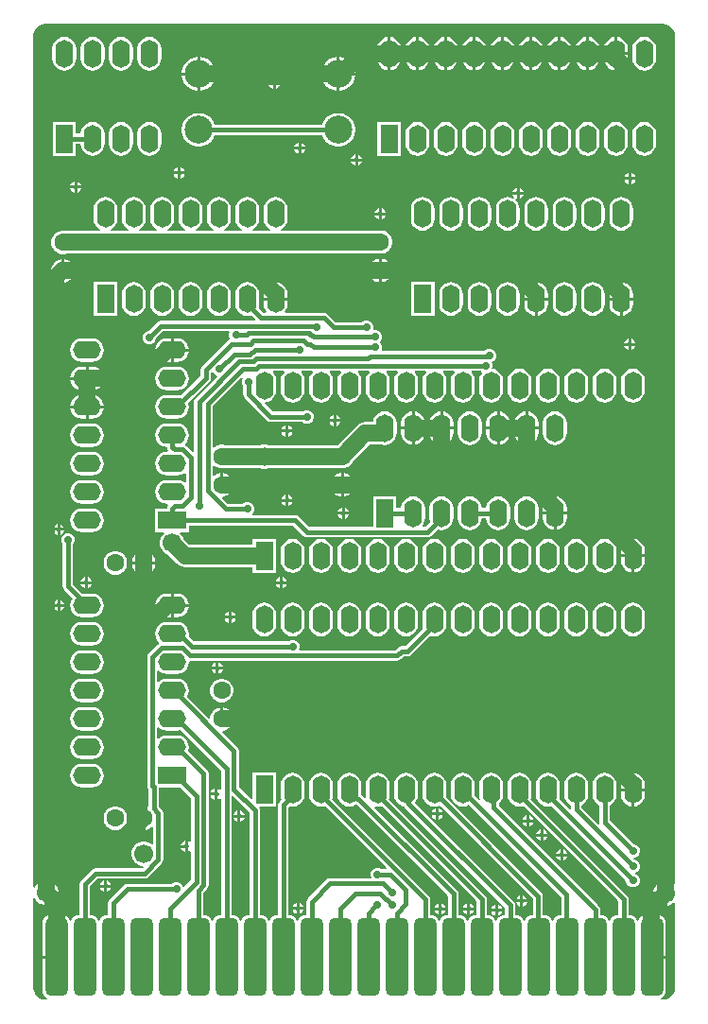
<source format=gbl>
G04*
G04 #@! TF.GenerationSoftware,Altium Limited,Altium Designer,21.0.9 (235)*
G04*
G04 Layer_Physical_Order=2*
G04 Layer_Color=16711680*
%FSLAX25Y25*%
%MOIN*%
G70*
G04*
G04 #@! TF.SameCoordinates,33DCC083-78A4-4658-BA73-3189C6140954*
G04*
G04*
G04 #@! TF.FilePolarity,Positive*
G04*
G01*
G75*
G04:AMPARAMS|DCode=25|XSize=78.74mil|YSize=275.59mil|CornerRadius=19.68mil|HoleSize=0mil|Usage=FLASHONLY|Rotation=0.000|XOffset=0mil|YOffset=0mil|HoleType=Round|Shape=RoundedRectangle|*
%AMROUNDEDRECTD25*
21,1,0.07874,0.23622,0,0,0.0*
21,1,0.03937,0.27559,0,0,0.0*
1,1,0.03937,0.01968,-0.11811*
1,1,0.03937,-0.01968,-0.11811*
1,1,0.03937,-0.01968,0.11811*
1,1,0.03937,0.01968,0.11811*
%
%ADD25ROUNDEDRECTD25*%
%ADD26C,0.01575*%
%ADD27C,0.05906*%
%ADD28C,0.06299*%
%ADD29R,0.06299X0.09843*%
%ADD30O,0.06299X0.09843*%
%ADD31C,0.06693*%
%ADD32R,0.06299X0.09843*%
%ADD33O,0.06299X0.09843*%
%ADD34C,0.09843*%
%ADD35R,0.09843X0.06299*%
%ADD36O,0.09843X0.06299*%
%ADD37C,0.01968*%
%ADD38C,0.02756*%
G36*
X223000Y344981D02*
X223431D01*
X224278Y344812D01*
X225075Y344482D01*
X225792Y344003D01*
X226402Y343392D01*
X226882Y342675D01*
X227212Y341878D01*
X227380Y341032D01*
Y340600D01*
X227380Y41920D01*
X226919Y41728D01*
X226669Y41978D01*
X225678Y42550D01*
X224572Y42846D01*
X224500D01*
Y38500D01*
Y34154D01*
X224572D01*
X225678Y34450D01*
X226669Y35022D01*
X226919Y35272D01*
X227380Y35080D01*
X227380Y5300D01*
X227380Y4879D01*
X227216Y4051D01*
X226893Y3272D01*
X226425Y2571D01*
X225829Y1975D01*
X225128Y1507D01*
X224348Y1184D01*
X223522Y1020D01*
X222581D01*
X222481Y1519D01*
X222666Y1596D01*
X223286Y2072D01*
X223762Y2692D01*
X224061Y3414D01*
X224163Y4189D01*
Y15500D01*
X219200D01*
Y16000D01*
X218700D01*
Y30805D01*
X217231D01*
X216457Y30703D01*
X215734Y30404D01*
X215114Y29928D01*
X214638Y29308D01*
X214471Y28903D01*
X213929D01*
X213761Y29308D01*
X213286Y29928D01*
X212666Y30404D01*
X211943Y30703D01*
X211169Y30805D01*
X211022D01*
Y36528D01*
X211022Y36528D01*
X210884Y37226D01*
X210489Y37817D01*
X210489Y37817D01*
X176431Y71875D01*
X176543Y72145D01*
X176685Y73228D01*
Y76772D01*
X176543Y77855D01*
X176125Y78864D01*
X175460Y79731D01*
X174593Y80396D01*
X173583Y80814D01*
X172500Y80957D01*
X171417Y80814D01*
X170407Y80396D01*
X169541Y79731D01*
X168875Y78864D01*
X168457Y77855D01*
X168315Y76772D01*
Y73228D01*
X168457Y72145D01*
X168875Y71136D01*
X169541Y70269D01*
X170407Y69604D01*
X171417Y69186D01*
X172500Y69043D01*
X173583Y69186D01*
X173854Y69297D01*
X207378Y35774D01*
Y30805D01*
X207231D01*
X206457Y30703D01*
X205734Y30404D01*
X205114Y29928D01*
X204639Y29308D01*
X204471Y28903D01*
X203929D01*
X203762Y29308D01*
X203286Y29928D01*
X202666Y30404D01*
X201943Y30703D01*
X201168Y30805D01*
X201022D01*
Y32800D01*
X201022Y32800D01*
X200884Y33497D01*
X200489Y34089D01*
X200489Y34089D01*
X165226Y69351D01*
Y70090D01*
X165460Y70269D01*
X166125Y71136D01*
X166543Y72145D01*
X166685Y73228D01*
Y76772D01*
X166543Y77855D01*
X166125Y78864D01*
X165460Y79731D01*
X164593Y80396D01*
X163583Y80814D01*
X162500Y80957D01*
X161417Y80814D01*
X160407Y80396D01*
X159540Y79731D01*
X158875Y78864D01*
X158457Y77855D01*
X158315Y76772D01*
Y73228D01*
X158457Y72145D01*
X158682Y71602D01*
X158258Y71319D01*
X156646Y72931D01*
X156685Y73228D01*
Y76772D01*
X156543Y77855D01*
X156125Y78864D01*
X155459Y79731D01*
X154593Y80396D01*
X153583Y80814D01*
X152500Y80957D01*
X151417Y80814D01*
X150407Y80396D01*
X149540Y79731D01*
X148875Y78864D01*
X148457Y77855D01*
X148315Y76772D01*
Y73228D01*
X148457Y72145D01*
X148875Y71136D01*
X149540Y70269D01*
X150407Y69604D01*
X151417Y69186D01*
X152500Y69043D01*
X153583Y69186D01*
X154593Y69604D01*
X154721Y69702D01*
X187178Y37245D01*
Y30798D01*
X186457Y30703D01*
X185734Y30404D01*
X185114Y29928D01*
X184639Y29308D01*
X184471Y28903D01*
X183929D01*
X183762Y29308D01*
X183286Y29928D01*
X182666Y30404D01*
X181944Y30703D01*
X181168Y30805D01*
X180822D01*
Y37500D01*
X180822Y37500D01*
X180684Y38197D01*
X180289Y38789D01*
X180289Y38789D01*
X146588Y72489D01*
X146685Y73228D01*
Y76772D01*
X146543Y77855D01*
X146125Y78864D01*
X145459Y79731D01*
X144593Y80396D01*
X143583Y80814D01*
X142500Y80957D01*
X141417Y80814D01*
X140407Y80396D01*
X139541Y79731D01*
X138875Y78864D01*
X138457Y77855D01*
X138315Y76772D01*
Y73228D01*
X138457Y72145D01*
X138875Y71136D01*
X139541Y70269D01*
X140407Y69604D01*
X141417Y69186D01*
X142500Y69043D01*
X143583Y69186D01*
X144399Y69524D01*
X177178Y36745D01*
Y30798D01*
X176456Y30703D01*
X175734Y30404D01*
X175114Y29928D01*
X174638Y29308D01*
X174471Y28903D01*
X173929D01*
X173761Y29308D01*
X173286Y29928D01*
X172666Y30404D01*
X171943Y30703D01*
X171168Y30805D01*
X171022D01*
Y34300D01*
X171022Y34300D01*
X170884Y34997D01*
X170489Y35589D01*
X170489Y35589D01*
X135611Y70466D01*
X136125Y71136D01*
X136543Y72145D01*
X136685Y73228D01*
Y76772D01*
X136543Y77855D01*
X136125Y78864D01*
X135459Y79731D01*
X134593Y80396D01*
X133583Y80814D01*
X132500Y80957D01*
X131417Y80814D01*
X130407Y80396D01*
X129541Y79731D01*
X128875Y78864D01*
X128457Y77855D01*
X128315Y76772D01*
Y73228D01*
X128457Y72145D01*
X128875Y71136D01*
X129541Y70269D01*
X130407Y69604D01*
X131417Y69186D01*
X131906Y69121D01*
X132115Y68807D01*
X167378Y33545D01*
Y30805D01*
X167232D01*
X166456Y30703D01*
X166088Y30550D01*
X165866Y30459D01*
X165624Y30869D01*
X165802Y31047D01*
X166182Y31428D01*
X166441Y32052D01*
X165000D01*
Y30611D01*
X165183Y30687D01*
X165397Y30776D01*
X165649Y30339D01*
X165455Y30190D01*
X165114Y29928D01*
X164638Y29308D01*
X164471Y28903D01*
X163929D01*
X163761Y29308D01*
X163286Y29928D01*
X162666Y30404D01*
X161943Y30703D01*
X161169Y30805D01*
X161022D01*
Y36528D01*
X161022Y36528D01*
X160884Y37226D01*
X160489Y37817D01*
X160489Y37817D01*
X126431Y71875D01*
X126543Y72145D01*
X126685Y73228D01*
Y76772D01*
X126543Y77855D01*
X126125Y78864D01*
X125460Y79731D01*
X124593Y80396D01*
X123583Y80814D01*
X122500Y80957D01*
X121417Y80814D01*
X120407Y80396D01*
X119541Y79731D01*
X118875Y78864D01*
X118457Y77855D01*
X118315Y76772D01*
Y73228D01*
X118430Y72355D01*
X117956Y72121D01*
X116997Y73080D01*
X116685Y73289D01*
Y76772D01*
X116543Y77855D01*
X116125Y78864D01*
X115460Y79731D01*
X114593Y80396D01*
X113583Y80814D01*
X112500Y80957D01*
X111417Y80814D01*
X110407Y80396D01*
X109540Y79731D01*
X108875Y78864D01*
X108457Y77855D01*
X108315Y76772D01*
Y73228D01*
X108457Y72145D01*
X108875Y71136D01*
X109540Y70269D01*
X110407Y69604D01*
X111417Y69186D01*
X112500Y69043D01*
X113583Y69186D01*
X114593Y69604D01*
X115004Y69919D01*
X147378Y37545D01*
Y30805D01*
X147231D01*
X146457Y30703D01*
X145734Y30404D01*
X145114Y29928D01*
X144639Y29308D01*
X144471Y28903D01*
X143929D01*
X143762Y29308D01*
X143286Y29928D01*
X142666Y30404D01*
X141944Y30703D01*
X141168Y30805D01*
X141022D01*
Y36528D01*
X141022Y36528D01*
X140884Y37226D01*
X140489Y37817D01*
X140489Y37817D01*
X106431Y71875D01*
X106543Y72145D01*
X106685Y73228D01*
Y76772D01*
X106543Y77855D01*
X106125Y78864D01*
X105459Y79731D01*
X104593Y80396D01*
X103583Y80814D01*
X102500Y80957D01*
X101417Y80814D01*
X100407Y80396D01*
X99541Y79731D01*
X98875Y78864D01*
X98457Y77855D01*
X98315Y76772D01*
Y73228D01*
X98457Y72145D01*
X98875Y71136D01*
X99541Y70269D01*
X100407Y69604D01*
X101417Y69186D01*
X102500Y69043D01*
X103583Y69186D01*
X103853Y69297D01*
X125760Y47392D01*
X125568Y46929D01*
X123964D01*
X123712Y47181D01*
X122838Y47543D01*
X121892D01*
X121018Y47181D01*
X120349Y46512D01*
X119987Y45638D01*
Y44692D01*
X120176Y44238D01*
X119898Y43822D01*
X105700D01*
X105700Y43822D01*
X105003Y43684D01*
X104411Y43289D01*
X104411Y43289D01*
X97911Y36789D01*
X97516Y36197D01*
X97378Y35500D01*
X97378Y35500D01*
Y30805D01*
X97232D01*
X96457Y30703D01*
X95734Y30404D01*
X95114Y29928D01*
X94639Y29308D01*
X94471Y28903D01*
X93929D01*
X93761Y29308D01*
X93286Y29928D01*
X92666Y30404D01*
X91943Y30703D01*
X91168Y30805D01*
X91022D01*
Y68869D01*
X91361Y69209D01*
X91417Y69186D01*
X92500Y69043D01*
X93583Y69186D01*
X94593Y69604D01*
X95460Y70269D01*
X96125Y71136D01*
X96543Y72145D01*
X96685Y73228D01*
Y76772D01*
X96543Y77855D01*
X96125Y78864D01*
X95460Y79731D01*
X94593Y80396D01*
X93583Y80814D01*
X92500Y80957D01*
X91417Y80814D01*
X90407Y80396D01*
X89540Y79731D01*
X88875Y78864D01*
X88457Y77855D01*
X88315Y76772D01*
Y73228D01*
X88457Y72145D01*
X88658Y71660D01*
X87911Y70913D01*
X87516Y70322D01*
X87378Y69624D01*
X87378Y69624D01*
Y30805D01*
X87231D01*
X86457Y30703D01*
X85734Y30404D01*
X85114Y29928D01*
X84639Y29308D01*
X84471Y28903D01*
X83929D01*
X83762Y29308D01*
X83286Y29928D01*
X82666Y30404D01*
X81943Y30703D01*
X81169Y30805D01*
X81022D01*
Y67701D01*
X81022Y67701D01*
X80884Y68399D01*
X80764Y68579D01*
X81031Y69079D01*
X86650D01*
Y80921D01*
X78350D01*
Y71782D01*
X77889Y71590D01*
X73597Y75881D01*
Y88743D01*
X73597Y88743D01*
X73458Y89441D01*
X73063Y90032D01*
X73063Y90032D01*
X67707Y95389D01*
X67898Y95850D01*
X68046D01*
X69102Y96133D01*
X70048Y96680D01*
X70820Y97452D01*
X71367Y98398D01*
X71650Y99454D01*
Y99500D01*
X67500D01*
Y100000D01*
X67000D01*
Y104150D01*
X66954D01*
X65898Y103867D01*
X64952Y103321D01*
X64179Y102548D01*
X63633Y101602D01*
X63350Y100546D01*
Y100398D01*
X62888Y100207D01*
X55306Y107789D01*
X55396Y107907D01*
X55814Y108917D01*
X55957Y110000D01*
X55814Y111083D01*
X55396Y112093D01*
X54731Y112960D01*
X53864Y113625D01*
X52855Y114043D01*
X51772Y114185D01*
X48228D01*
X47145Y114043D01*
X46136Y113625D01*
X45322Y113001D01*
X44829Y113109D01*
X44822Y113111D01*
Y116889D01*
X44829Y116891D01*
X45322Y116999D01*
X46136Y116375D01*
X47145Y115957D01*
X48228Y115815D01*
X51772D01*
X52855Y115957D01*
X53864Y116375D01*
X54731Y117041D01*
X55396Y117907D01*
X55814Y118917D01*
X55957Y120000D01*
X55928Y120218D01*
X56293Y120559D01*
X56391Y120540D01*
X56392Y120540D01*
X129417D01*
X129417Y120540D01*
X130114Y120678D01*
X130705Y121074D01*
X131601Y121969D01*
X133063D01*
X133063Y121969D01*
X133760Y122108D01*
X134352Y122503D01*
X141147Y129297D01*
X141417Y129185D01*
X142500Y129043D01*
X143583Y129185D01*
X144593Y129604D01*
X145459Y130269D01*
X146125Y131136D01*
X146543Y132145D01*
X146685Y133228D01*
Y136772D01*
X146543Y137855D01*
X146125Y138864D01*
X145459Y139731D01*
X144593Y140396D01*
X143583Y140814D01*
X142500Y140957D01*
X141417Y140814D01*
X140407Y140396D01*
X139541Y139731D01*
X138875Y138864D01*
X138457Y137855D01*
X138315Y136772D01*
Y133228D01*
X138457Y132145D01*
X138569Y131875D01*
X132308Y125614D01*
X130846D01*
X130846Y125614D01*
X130148Y125475D01*
X129557Y125080D01*
X129557Y125080D01*
X128662Y124185D01*
X94968D01*
X94690Y124600D01*
X94878Y125055D01*
Y126001D01*
X94516Y126875D01*
X93847Y127543D01*
X92973Y127905D01*
X92027D01*
X91153Y127543D01*
X90960Y127350D01*
X57622D01*
X55843Y129130D01*
X55957Y130000D01*
X55814Y131083D01*
X55396Y132093D01*
X54731Y132959D01*
X53864Y133625D01*
X52855Y134043D01*
X51772Y134185D01*
X48228D01*
X47145Y134043D01*
X46136Y133625D01*
X45269Y132959D01*
X44604Y132093D01*
X44186Y131083D01*
X44043Y130000D01*
X44186Y128917D01*
X44604Y127907D01*
X45263Y127047D01*
X45269Y127038D01*
X45223Y126445D01*
X44895Y126226D01*
X44895Y126226D01*
X41711Y123042D01*
X41316Y122451D01*
X41178Y121754D01*
X41178Y121754D01*
Y76500D01*
X41178Y76500D01*
X41316Y75803D01*
X41678Y75262D01*
Y69364D01*
X41178Y68980D01*
X40546Y69150D01*
X40500D01*
Y65000D01*
Y60850D01*
X40546D01*
X41602Y61133D01*
X42548Y61680D01*
X42849Y61981D01*
X43311Y61790D01*
Y55989D01*
X42849Y55797D01*
X42669Y55978D01*
X41678Y56550D01*
X40572Y56846D01*
X39428D01*
X38322Y56550D01*
X37331Y55978D01*
X36522Y55169D01*
X35950Y54178D01*
X35654Y53072D01*
Y51928D01*
X35950Y50822D01*
X36522Y49831D01*
X37331Y49022D01*
X38322Y48450D01*
X39428Y48154D01*
X39683D01*
X39875Y47692D01*
X39505Y47322D01*
X23000D01*
X23000Y47322D01*
X22303Y47184D01*
X21711Y46789D01*
X21711Y46789D01*
X17911Y42989D01*
X17516Y42397D01*
X17378Y41700D01*
X17378Y41700D01*
Y30805D01*
X17232D01*
X16456Y30703D01*
X15734Y30404D01*
X15114Y29928D01*
X14638Y29308D01*
X14471Y28903D01*
X13929D01*
X13761Y29308D01*
X13286Y29928D01*
X12666Y30404D01*
X11943Y30703D01*
X11169Y30805D01*
X9700D01*
Y16000D01*
X9200D01*
Y15500D01*
X4237D01*
Y4189D01*
X4339Y3414D01*
X4639Y2692D01*
X5114Y2072D01*
X5734Y1596D01*
X5919Y1519D01*
X5819Y1020D01*
X4878D01*
X4051Y1184D01*
X3272Y1507D01*
X2571Y1975D01*
X1975Y2571D01*
X1507Y3272D01*
X1184Y4051D01*
X1020Y4878D01*
X1020Y5300D01*
Y36768D01*
X1519Y36902D01*
X2022Y36031D01*
X2831Y35222D01*
X3822Y34650D01*
X4928Y34354D01*
X5000D01*
Y38700D01*
Y43046D01*
X4928D01*
X3822Y42750D01*
X2831Y42178D01*
X2022Y41369D01*
X1519Y40499D01*
X1020Y40633D01*
Y340700D01*
X1020Y341122D01*
X1184Y341949D01*
X1507Y342728D01*
X1975Y343429D01*
X2571Y344025D01*
X3272Y344493D01*
X4051Y344816D01*
X4878Y344980D01*
X5300Y344980D01*
X139200Y344981D01*
X223000Y344981D01*
D02*
G37*
G36*
X46136Y96375D02*
X47145Y95957D01*
X48228Y95815D01*
X51772D01*
X52855Y95957D01*
X53125Y96069D01*
X67378Y81817D01*
Y75136D01*
X66878Y74929D01*
X66624Y75182D01*
X66000Y75441D01*
Y73500D01*
Y71559D01*
X66624Y71818D01*
X66878Y72071D01*
X67378Y71864D01*
Y30805D01*
X67232D01*
X66457Y30703D01*
X65734Y30404D01*
X65114Y29928D01*
X64639Y29308D01*
X64471Y28903D01*
X63929D01*
X63762Y29308D01*
X63286Y29928D01*
X62666Y30404D01*
X61943Y30703D01*
X61168Y30805D01*
X61022D01*
Y38804D01*
X62363Y40145D01*
X62363Y40145D01*
X62758Y40736D01*
X62897Y41434D01*
X62897Y41434D01*
Y80697D01*
X62897Y80697D01*
X62758Y81394D01*
X62363Y81985D01*
X62363Y81985D01*
X55703Y88647D01*
X55814Y88917D01*
X55957Y90000D01*
X55814Y91083D01*
X55396Y92093D01*
X54731Y92959D01*
X53864Y93625D01*
X52855Y94043D01*
X51772Y94185D01*
X48228D01*
X47145Y94043D01*
X46136Y93625D01*
X45322Y93001D01*
X44829Y93109D01*
X44822Y93111D01*
Y96889D01*
X44829Y96891D01*
X45322Y96999D01*
X46136Y96375D01*
D02*
G37*
G36*
X157378Y35774D02*
Y30805D01*
X157231D01*
X156456Y30703D01*
X155734Y30404D01*
X155114Y29928D01*
X154639Y29308D01*
X154471Y28903D01*
X153929D01*
X153761Y29308D01*
X153286Y29928D01*
X152666Y30404D01*
X151944Y30703D01*
X151169Y30805D01*
X151022D01*
Y38300D01*
X151022Y38300D01*
X150884Y38997D01*
X150489Y39589D01*
X121393Y68684D01*
X121626Y69158D01*
X122500Y69043D01*
X123583Y69186D01*
X123854Y69297D01*
X157378Y35774D01*
D02*
G37*
G36*
X56678Y72048D02*
Y56782D01*
X56216Y56590D01*
X56124Y56682D01*
X55500Y56941D01*
Y55000D01*
Y53059D01*
X56124Y53318D01*
X56216Y53409D01*
X56678Y53218D01*
Y43255D01*
X54206Y40784D01*
X53716Y40881D01*
X53528Y41335D01*
X52859Y42004D01*
X51985Y42366D01*
X51039D01*
X50165Y42004D01*
X49971Y41811D01*
X34188D01*
X34188Y41811D01*
X33491Y41672D01*
X32900Y41277D01*
X32900Y41277D01*
X27911Y36289D01*
X27516Y35697D01*
X27378Y35000D01*
X27378Y35000D01*
Y30805D01*
X27231D01*
X26456Y30703D01*
X25734Y30404D01*
X25114Y29928D01*
X24638Y29308D01*
X24471Y28903D01*
X23929D01*
X23762Y29308D01*
X23286Y29928D01*
X22666Y30404D01*
X21944Y30703D01*
X21169Y30805D01*
X21022D01*
Y40945D01*
X23755Y43678D01*
X40260D01*
X40260Y43678D01*
X40958Y43816D01*
X41549Y44211D01*
X46422Y49085D01*
X46422Y49085D01*
X46818Y49676D01*
X46956Y50374D01*
X46956Y50374D01*
Y66848D01*
X46956Y66848D01*
X46818Y67545D01*
X46422Y68137D01*
X46422Y68137D01*
X45322Y69237D01*
Y75850D01*
X52876D01*
X56678Y72048D01*
D02*
G37*
G36*
X77378Y66947D02*
Y30805D01*
X77232D01*
X76457Y30703D01*
X75734Y30404D01*
X75114Y29928D01*
X74638Y29308D01*
X74471Y28903D01*
X73929D01*
X73761Y29308D01*
X73286Y29928D01*
X72666Y30404D01*
X71943Y30703D01*
X71169Y30805D01*
X71022D01*
Y72648D01*
X71484Y72840D01*
X77378Y66947D01*
D02*
G37*
%LPC*%
G36*
X207000Y340391D02*
Y335000D01*
X210685D01*
Y336272D01*
X210543Y337355D01*
X210125Y338364D01*
X209459Y339231D01*
X208593Y339896D01*
X207583Y340315D01*
X207000Y340391D01*
D02*
G37*
G36*
X206000D02*
X205417Y340315D01*
X204407Y339896D01*
X203540Y339231D01*
X202875Y338364D01*
X202457Y337355D01*
X202315Y336272D01*
Y335000D01*
X206000D01*
Y340391D01*
D02*
G37*
G36*
X197000D02*
Y335000D01*
X200685D01*
Y336272D01*
X200543Y337355D01*
X200125Y338364D01*
X199460Y339231D01*
X198593Y339896D01*
X197583Y340315D01*
X197000Y340391D01*
D02*
G37*
G36*
X196000D02*
X195417Y340315D01*
X194407Y339896D01*
X193541Y339231D01*
X192875Y338364D01*
X192457Y337355D01*
X192315Y336272D01*
Y335000D01*
X196000D01*
Y340391D01*
D02*
G37*
G36*
X187000D02*
Y335000D01*
X190685D01*
Y336272D01*
X190543Y337355D01*
X190125Y338364D01*
X189460Y339231D01*
X188593Y339896D01*
X187583Y340315D01*
X187000Y340391D01*
D02*
G37*
G36*
X186000D02*
X185417Y340315D01*
X184407Y339896D01*
X183540Y339231D01*
X182875Y338364D01*
X182457Y337355D01*
X182315Y336272D01*
Y335000D01*
X186000D01*
Y340391D01*
D02*
G37*
G36*
X177000D02*
Y335000D01*
X180685D01*
Y336272D01*
X180543Y337355D01*
X180125Y338364D01*
X179460Y339231D01*
X178593Y339896D01*
X177583Y340315D01*
X177000Y340391D01*
D02*
G37*
G36*
X176000D02*
X175417Y340315D01*
X174407Y339896D01*
X173540Y339231D01*
X172875Y338364D01*
X172457Y337355D01*
X172315Y336272D01*
Y335000D01*
X176000D01*
Y340391D01*
D02*
G37*
G36*
X167000D02*
Y335000D01*
X170685D01*
Y336272D01*
X170543Y337355D01*
X170125Y338364D01*
X169459Y339231D01*
X168593Y339896D01*
X167583Y340315D01*
X167000Y340391D01*
D02*
G37*
G36*
X166000D02*
X165417Y340315D01*
X164407Y339896D01*
X163540Y339231D01*
X162875Y338364D01*
X162457Y337355D01*
X162315Y336272D01*
Y335000D01*
X166000D01*
Y340391D01*
D02*
G37*
G36*
X157000D02*
Y335000D01*
X160685D01*
Y336272D01*
X160543Y337355D01*
X160125Y338364D01*
X159459Y339231D01*
X158593Y339896D01*
X157583Y340315D01*
X157000Y340391D01*
D02*
G37*
G36*
X156000D02*
X155417Y340315D01*
X154407Y339896D01*
X153541Y339231D01*
X152875Y338364D01*
X152457Y337355D01*
X152315Y336272D01*
Y335000D01*
X156000D01*
Y340391D01*
D02*
G37*
G36*
X147000D02*
Y335000D01*
X150685D01*
Y336272D01*
X150543Y337355D01*
X150125Y338364D01*
X149460Y339231D01*
X148593Y339896D01*
X147583Y340315D01*
X147000Y340391D01*
D02*
G37*
G36*
X146000D02*
X145417Y340315D01*
X144407Y339896D01*
X143541Y339231D01*
X142875Y338364D01*
X142457Y337355D01*
X142315Y336272D01*
Y335000D01*
X146000D01*
Y340391D01*
D02*
G37*
G36*
X137000D02*
Y335000D01*
X140685D01*
Y336272D01*
X140543Y337355D01*
X140125Y338364D01*
X139460Y339231D01*
X138593Y339896D01*
X137583Y340315D01*
X137000Y340391D01*
D02*
G37*
G36*
X136000D02*
X135417Y340315D01*
X134407Y339896D01*
X133540Y339231D01*
X132875Y338364D01*
X132457Y337355D01*
X132315Y336272D01*
Y335000D01*
X136000D01*
Y340391D01*
D02*
G37*
G36*
X127000D02*
Y335000D01*
X130685D01*
Y336272D01*
X130543Y337355D01*
X130125Y338364D01*
X129460Y339231D01*
X128593Y339896D01*
X127583Y340315D01*
X127000Y340391D01*
D02*
G37*
G36*
X126000D02*
X125417Y340315D01*
X124407Y339896D01*
X123540Y339231D01*
X122875Y338364D01*
X122457Y337355D01*
X122315Y336272D01*
Y335000D01*
X126000D01*
Y340391D01*
D02*
G37*
G36*
X210685Y334000D02*
X207000D01*
Y328609D01*
X207583Y328685D01*
X208593Y329104D01*
X209459Y329769D01*
X210125Y330636D01*
X210543Y331645D01*
X210685Y332728D01*
Y334000D01*
D02*
G37*
G36*
X206000D02*
X202315D01*
Y332728D01*
X202457Y331645D01*
X202875Y330636D01*
X203540Y329769D01*
X204407Y329104D01*
X205417Y328685D01*
X206000Y328609D01*
Y334000D01*
D02*
G37*
G36*
X200685D02*
X197000D01*
Y328609D01*
X197583Y328685D01*
X198593Y329104D01*
X199460Y329769D01*
X200125Y330636D01*
X200543Y331645D01*
X200685Y332728D01*
Y334000D01*
D02*
G37*
G36*
X196000D02*
X192315D01*
Y332728D01*
X192457Y331645D01*
X192875Y330636D01*
X193541Y329769D01*
X194407Y329104D01*
X195417Y328685D01*
X196000Y328609D01*
Y334000D01*
D02*
G37*
G36*
X190685D02*
X187000D01*
Y328609D01*
X187583Y328685D01*
X188593Y329104D01*
X189460Y329769D01*
X190125Y330636D01*
X190543Y331645D01*
X190685Y332728D01*
Y334000D01*
D02*
G37*
G36*
X186000D02*
X182315D01*
Y332728D01*
X182457Y331645D01*
X182875Y330636D01*
X183540Y329769D01*
X184407Y329104D01*
X185417Y328685D01*
X186000Y328609D01*
Y334000D01*
D02*
G37*
G36*
X180685D02*
X177000D01*
Y328609D01*
X177583Y328685D01*
X178593Y329104D01*
X179460Y329769D01*
X180125Y330636D01*
X180543Y331645D01*
X180685Y332728D01*
Y334000D01*
D02*
G37*
G36*
X176000D02*
X172315D01*
Y332728D01*
X172457Y331645D01*
X172875Y330636D01*
X173540Y329769D01*
X174407Y329104D01*
X175417Y328685D01*
X176000Y328609D01*
Y334000D01*
D02*
G37*
G36*
X170685D02*
X167000D01*
Y328609D01*
X167583Y328685D01*
X168593Y329104D01*
X169459Y329769D01*
X170125Y330636D01*
X170543Y331645D01*
X170685Y332728D01*
Y334000D01*
D02*
G37*
G36*
X166000D02*
X162315D01*
Y332728D01*
X162457Y331645D01*
X162875Y330636D01*
X163540Y329769D01*
X164407Y329104D01*
X165417Y328685D01*
X166000Y328609D01*
Y334000D01*
D02*
G37*
G36*
X160685D02*
X157000D01*
Y328609D01*
X157583Y328685D01*
X158593Y329104D01*
X159459Y329769D01*
X160125Y330636D01*
X160543Y331645D01*
X160685Y332728D01*
Y334000D01*
D02*
G37*
G36*
X156000D02*
X152315D01*
Y332728D01*
X152457Y331645D01*
X152875Y330636D01*
X153541Y329769D01*
X154407Y329104D01*
X155417Y328685D01*
X156000Y328609D01*
Y334000D01*
D02*
G37*
G36*
X150685D02*
X147000D01*
Y328609D01*
X147583Y328685D01*
X148593Y329104D01*
X149460Y329769D01*
X150125Y330636D01*
X150543Y331645D01*
X150685Y332728D01*
Y334000D01*
D02*
G37*
G36*
X146000D02*
X142315D01*
Y332728D01*
X142457Y331645D01*
X142875Y330636D01*
X143541Y329769D01*
X144407Y329104D01*
X145417Y328685D01*
X146000Y328609D01*
Y334000D01*
D02*
G37*
G36*
X140685D02*
X137000D01*
Y328609D01*
X137583Y328685D01*
X138593Y329104D01*
X139460Y329769D01*
X140125Y330636D01*
X140543Y331645D01*
X140685Y332728D01*
Y334000D01*
D02*
G37*
G36*
X136000D02*
X132315D01*
Y332728D01*
X132457Y331645D01*
X132875Y330636D01*
X133540Y329769D01*
X134407Y329104D01*
X135417Y328685D01*
X136000Y328609D01*
Y334000D01*
D02*
G37*
G36*
X130685D02*
X127000D01*
Y328609D01*
X127583Y328685D01*
X128593Y329104D01*
X129460Y329769D01*
X130125Y330636D01*
X130543Y331645D01*
X130685Y332728D01*
Y334000D01*
D02*
G37*
G36*
X126000D02*
X122315D01*
Y332728D01*
X122457Y331645D01*
X122875Y330636D01*
X123540Y329769D01*
X124407Y329104D01*
X125417Y328685D01*
X126000Y328609D01*
Y334000D01*
D02*
G37*
G36*
X216500Y340457D02*
X215417Y340315D01*
X214407Y339896D01*
X213541Y339231D01*
X212875Y338364D01*
X212457Y337355D01*
X212315Y336272D01*
Y332728D01*
X212457Y331645D01*
X212875Y330636D01*
X213541Y329769D01*
X214407Y329104D01*
X215417Y328685D01*
X216500Y328543D01*
X217583Y328685D01*
X218593Y329104D01*
X219460Y329769D01*
X220125Y330636D01*
X220543Y331645D01*
X220685Y332728D01*
Y336272D01*
X220543Y337355D01*
X220125Y338364D01*
X219460Y339231D01*
X218593Y339896D01*
X217583Y340315D01*
X216500Y340457D01*
D02*
G37*
G36*
X42000D02*
X40917Y340315D01*
X39907Y339896D01*
X39040Y339231D01*
X38375Y338364D01*
X37957Y337355D01*
X37815Y336272D01*
Y332728D01*
X37957Y331645D01*
X38375Y330636D01*
X39040Y329769D01*
X39907Y329104D01*
X40917Y328685D01*
X42000Y328543D01*
X43083Y328685D01*
X44093Y329104D01*
X44960Y329769D01*
X45625Y330636D01*
X46043Y331645D01*
X46185Y332728D01*
Y336272D01*
X46043Y337355D01*
X45625Y338364D01*
X44960Y339231D01*
X44093Y339896D01*
X43083Y340315D01*
X42000Y340457D01*
D02*
G37*
G36*
X32000D02*
X30917Y340315D01*
X29907Y339896D01*
X29041Y339231D01*
X28375Y338364D01*
X27957Y337355D01*
X27815Y336272D01*
Y332728D01*
X27957Y331645D01*
X28375Y330636D01*
X29041Y329769D01*
X29907Y329104D01*
X30917Y328685D01*
X32000Y328543D01*
X33083Y328685D01*
X34093Y329104D01*
X34960Y329769D01*
X35625Y330636D01*
X36043Y331645D01*
X36185Y332728D01*
Y336272D01*
X36043Y337355D01*
X35625Y338364D01*
X34960Y339231D01*
X34093Y339896D01*
X33083Y340315D01*
X32000Y340457D01*
D02*
G37*
G36*
X22000D02*
X20917Y340315D01*
X19907Y339896D01*
X19040Y339231D01*
X18375Y338364D01*
X17957Y337355D01*
X17815Y336272D01*
Y332728D01*
X17957Y331645D01*
X18375Y330636D01*
X19040Y329769D01*
X19907Y329104D01*
X20917Y328685D01*
X22000Y328543D01*
X23083Y328685D01*
X24093Y329104D01*
X24960Y329769D01*
X25625Y330636D01*
X26043Y331645D01*
X26185Y332728D01*
Y336272D01*
X26043Y337355D01*
X25625Y338364D01*
X24960Y339231D01*
X24093Y339896D01*
X23083Y340315D01*
X22000Y340457D01*
D02*
G37*
G36*
X12000D02*
X10917Y340315D01*
X9907Y339896D01*
X9041Y339231D01*
X8375Y338364D01*
X7957Y337355D01*
X7815Y336272D01*
Y332728D01*
X7957Y331645D01*
X8375Y330636D01*
X9041Y329769D01*
X9907Y329104D01*
X10917Y328685D01*
X12000Y328543D01*
X13083Y328685D01*
X14093Y329104D01*
X14960Y329769D01*
X15625Y330636D01*
X16043Y331645D01*
X16185Y332728D01*
Y336272D01*
X16043Y337355D01*
X15625Y338364D01*
X14960Y339231D01*
X14093Y339896D01*
X13083Y340315D01*
X12000Y340457D01*
D02*
G37*
G36*
X109189Y333264D02*
X109106D01*
Y327842D01*
X114528D01*
Y327926D01*
X114300Y329070D01*
X113854Y330147D01*
X113206Y331117D01*
X112381Y331942D01*
X111411Y332590D01*
X110334Y333036D01*
X109189Y333264D01*
D02*
G37*
G36*
X59977D02*
X59894D01*
Y327842D01*
X65315D01*
Y327926D01*
X65087Y329070D01*
X64641Y330147D01*
X63993Y331117D01*
X63168Y331942D01*
X62199Y332590D01*
X61121Y333036D01*
X59977Y333264D01*
D02*
G37*
G36*
X58894D02*
X58811D01*
X57666Y333036D01*
X56589Y332590D01*
X55619Y331942D01*
X54794Y331117D01*
X54146Y330147D01*
X53700Y329070D01*
X53472Y327926D01*
Y327842D01*
X58894D01*
Y333264D01*
D02*
G37*
G36*
X108106D02*
X108023D01*
X106879Y333036D01*
X105801Y332590D01*
X104832Y331942D01*
X104007Y331117D01*
X103359Y330147D01*
X102913Y329070D01*
X102685Y327926D01*
Y327842D01*
X108106D01*
Y333264D01*
D02*
G37*
G36*
X86500Y325941D02*
Y324500D01*
X87941D01*
X87682Y325124D01*
X87124Y325682D01*
X86500Y325941D01*
D02*
G37*
G36*
X85500D02*
X84876Y325682D01*
X84318Y325124D01*
X84059Y324500D01*
X85500D01*
Y325941D01*
D02*
G37*
G36*
X87941Y323500D02*
X86500D01*
Y322059D01*
X87124Y322318D01*
X87682Y322876D01*
X87941Y323500D01*
D02*
G37*
G36*
X85500D02*
X84059D01*
X84318Y322876D01*
X84876Y322318D01*
X85500Y322059D01*
Y323500D01*
D02*
G37*
G36*
X114528Y326842D02*
X109106D01*
Y321421D01*
X109189D01*
X110334Y321649D01*
X111411Y322095D01*
X112381Y322743D01*
X113206Y323568D01*
X113854Y324538D01*
X114300Y325615D01*
X114528Y326759D01*
Y326842D01*
D02*
G37*
G36*
X108106D02*
X102685D01*
Y326759D01*
X102913Y325615D01*
X103359Y324538D01*
X104007Y323568D01*
X104832Y322743D01*
X105801Y322095D01*
X106879Y321649D01*
X108023Y321421D01*
X108106D01*
Y326842D01*
D02*
G37*
G36*
X65315D02*
X59894D01*
Y321421D01*
X59977D01*
X61121Y321649D01*
X62199Y322095D01*
X63168Y322743D01*
X63993Y323568D01*
X64641Y324538D01*
X65087Y325615D01*
X65315Y326759D01*
Y326842D01*
D02*
G37*
G36*
X58894D02*
X53472D01*
Y326759D01*
X53700Y325615D01*
X54146Y324538D01*
X54794Y323568D01*
X55619Y322743D01*
X56589Y322095D01*
X57666Y321649D01*
X58811Y321421D01*
X58894D01*
Y326842D01*
D02*
G37*
G36*
X109189Y313579D02*
X108023D01*
X106879Y313351D01*
X105801Y312905D01*
X104832Y312257D01*
X104007Y311432D01*
X103359Y310462D01*
X102952Y309480D01*
X65048D01*
X64641Y310462D01*
X63993Y311432D01*
X63168Y312257D01*
X62199Y312905D01*
X61121Y313351D01*
X59977Y313579D01*
X58811D01*
X57666Y313351D01*
X56589Y312905D01*
X55619Y312257D01*
X54794Y311432D01*
X54146Y310462D01*
X53700Y309385D01*
X53472Y308241D01*
Y307074D01*
X53700Y305930D01*
X54146Y304853D01*
X54794Y303883D01*
X55619Y303058D01*
X56589Y302410D01*
X57666Y301964D01*
X58811Y301736D01*
X59977D01*
X61121Y301964D01*
X62199Y302410D01*
X63168Y303058D01*
X63993Y303883D01*
X64641Y304853D01*
X65048Y305835D01*
X102952D01*
X103359Y304853D01*
X104007Y303883D01*
X104832Y303058D01*
X105801Y302410D01*
X106879Y301964D01*
X108023Y301736D01*
X109189D01*
X110334Y301964D01*
X111411Y302410D01*
X112381Y303058D01*
X113206Y303883D01*
X113854Y304853D01*
X114300Y305930D01*
X114528Y307074D01*
Y308241D01*
X114300Y309385D01*
X113854Y310462D01*
X113206Y311432D01*
X112381Y312257D01*
X111411Y312905D01*
X110334Y313351D01*
X109189Y313579D01*
D02*
G37*
G36*
X22000Y310457D02*
X20917Y310314D01*
X19907Y309896D01*
X19040Y309231D01*
X18375Y308364D01*
X17957Y307355D01*
X17821Y306322D01*
X16150D01*
Y310421D01*
X7850D01*
Y298579D01*
X16150D01*
Y302678D01*
X17821D01*
X17957Y301645D01*
X18375Y300636D01*
X19040Y299769D01*
X19907Y299104D01*
X20917Y298686D01*
X22000Y298543D01*
X23083Y298686D01*
X24093Y299104D01*
X24960Y299769D01*
X25625Y300636D01*
X26043Y301645D01*
X26185Y302728D01*
Y306272D01*
X26043Y307355D01*
X25625Y308364D01*
X24960Y309231D01*
X24093Y309896D01*
X23083Y310314D01*
X22000Y310457D01*
D02*
G37*
G36*
X95500Y303177D02*
Y301736D01*
X96941D01*
X96682Y302360D01*
X96124Y302918D01*
X95500Y303177D01*
D02*
G37*
G36*
X94500D02*
X93876Y302918D01*
X93318Y302360D01*
X93059Y301736D01*
X94500D01*
Y303177D01*
D02*
G37*
G36*
X96941Y300736D02*
X95500D01*
Y299296D01*
X96124Y299554D01*
X96682Y300112D01*
X96941Y300736D01*
D02*
G37*
G36*
X94500D02*
X93059D01*
X93318Y300112D01*
X93876Y299554D01*
X94500Y299296D01*
Y300736D01*
D02*
G37*
G36*
X130650Y310421D02*
X122350D01*
Y298579D01*
X130650D01*
Y310421D01*
D02*
G37*
G36*
X216500Y310457D02*
X215417Y310314D01*
X214407Y309896D01*
X213541Y309231D01*
X212875Y308364D01*
X212457Y307355D01*
X212315Y306272D01*
Y302728D01*
X212457Y301645D01*
X212875Y300636D01*
X213541Y299769D01*
X214407Y299104D01*
X215417Y298686D01*
X216500Y298543D01*
X217583Y298686D01*
X218593Y299104D01*
X219460Y299769D01*
X220125Y300636D01*
X220543Y301645D01*
X220685Y302728D01*
Y306272D01*
X220543Y307355D01*
X220125Y308364D01*
X219460Y309231D01*
X218593Y309896D01*
X217583Y310314D01*
X216500Y310457D01*
D02*
G37*
G36*
X206500D02*
X205417Y310314D01*
X204407Y309896D01*
X203540Y309231D01*
X202875Y308364D01*
X202457Y307355D01*
X202315Y306272D01*
Y302728D01*
X202457Y301645D01*
X202875Y300636D01*
X203540Y299769D01*
X204407Y299104D01*
X205417Y298686D01*
X206500Y298543D01*
X207583Y298686D01*
X208593Y299104D01*
X209459Y299769D01*
X210125Y300636D01*
X210543Y301645D01*
X210685Y302728D01*
Y306272D01*
X210543Y307355D01*
X210125Y308364D01*
X209459Y309231D01*
X208593Y309896D01*
X207583Y310314D01*
X206500Y310457D01*
D02*
G37*
G36*
X196500D02*
X195417Y310314D01*
X194407Y309896D01*
X193541Y309231D01*
X192875Y308364D01*
X192457Y307355D01*
X192315Y306272D01*
Y302728D01*
X192457Y301645D01*
X192875Y300636D01*
X193541Y299769D01*
X194407Y299104D01*
X195417Y298686D01*
X196500Y298543D01*
X197583Y298686D01*
X198593Y299104D01*
X199460Y299769D01*
X200125Y300636D01*
X200543Y301645D01*
X200685Y302728D01*
Y306272D01*
X200543Y307355D01*
X200125Y308364D01*
X199460Y309231D01*
X198593Y309896D01*
X197583Y310314D01*
X196500Y310457D01*
D02*
G37*
G36*
X186500D02*
X185417Y310314D01*
X184407Y309896D01*
X183540Y309231D01*
X182875Y308364D01*
X182457Y307355D01*
X182315Y306272D01*
Y302728D01*
X182457Y301645D01*
X182875Y300636D01*
X183540Y299769D01*
X184407Y299104D01*
X185417Y298686D01*
X186500Y298543D01*
X187583Y298686D01*
X188593Y299104D01*
X189460Y299769D01*
X190125Y300636D01*
X190543Y301645D01*
X190685Y302728D01*
Y306272D01*
X190543Y307355D01*
X190125Y308364D01*
X189460Y309231D01*
X188593Y309896D01*
X187583Y310314D01*
X186500Y310457D01*
D02*
G37*
G36*
X176500D02*
X175417Y310314D01*
X174407Y309896D01*
X173540Y309231D01*
X172875Y308364D01*
X172457Y307355D01*
X172315Y306272D01*
Y302728D01*
X172457Y301645D01*
X172875Y300636D01*
X173540Y299769D01*
X174407Y299104D01*
X175417Y298686D01*
X176500Y298543D01*
X177583Y298686D01*
X178593Y299104D01*
X179460Y299769D01*
X180125Y300636D01*
X180543Y301645D01*
X180685Y302728D01*
Y306272D01*
X180543Y307355D01*
X180125Y308364D01*
X179460Y309231D01*
X178593Y309896D01*
X177583Y310314D01*
X176500Y310457D01*
D02*
G37*
G36*
X166500D02*
X165417Y310314D01*
X164407Y309896D01*
X163540Y309231D01*
X162875Y308364D01*
X162457Y307355D01*
X162315Y306272D01*
Y302728D01*
X162457Y301645D01*
X162875Y300636D01*
X163540Y299769D01*
X164407Y299104D01*
X165417Y298686D01*
X166500Y298543D01*
X167583Y298686D01*
X168593Y299104D01*
X169459Y299769D01*
X170125Y300636D01*
X170543Y301645D01*
X170685Y302728D01*
Y306272D01*
X170543Y307355D01*
X170125Y308364D01*
X169459Y309231D01*
X168593Y309896D01*
X167583Y310314D01*
X166500Y310457D01*
D02*
G37*
G36*
X156500D02*
X155417Y310314D01*
X154407Y309896D01*
X153541Y309231D01*
X152875Y308364D01*
X152457Y307355D01*
X152315Y306272D01*
Y302728D01*
X152457Y301645D01*
X152875Y300636D01*
X153541Y299769D01*
X154407Y299104D01*
X155417Y298686D01*
X156500Y298543D01*
X157583Y298686D01*
X158593Y299104D01*
X159459Y299769D01*
X160125Y300636D01*
X160543Y301645D01*
X160685Y302728D01*
Y306272D01*
X160543Y307355D01*
X160125Y308364D01*
X159459Y309231D01*
X158593Y309896D01*
X157583Y310314D01*
X156500Y310457D01*
D02*
G37*
G36*
X146500D02*
X145417Y310314D01*
X144407Y309896D01*
X143541Y309231D01*
X142875Y308364D01*
X142457Y307355D01*
X142315Y306272D01*
Y302728D01*
X142457Y301645D01*
X142875Y300636D01*
X143541Y299769D01*
X144407Y299104D01*
X145417Y298686D01*
X146500Y298543D01*
X147583Y298686D01*
X148593Y299104D01*
X149460Y299769D01*
X150125Y300636D01*
X150543Y301645D01*
X150685Y302728D01*
Y306272D01*
X150543Y307355D01*
X150125Y308364D01*
X149460Y309231D01*
X148593Y309896D01*
X147583Y310314D01*
X146500Y310457D01*
D02*
G37*
G36*
X136500D02*
X135417Y310314D01*
X134407Y309896D01*
X133540Y309231D01*
X132875Y308364D01*
X132457Y307355D01*
X132315Y306272D01*
Y302728D01*
X132457Y301645D01*
X132875Y300636D01*
X133540Y299769D01*
X134407Y299104D01*
X135417Y298686D01*
X136500Y298543D01*
X137583Y298686D01*
X138593Y299104D01*
X139460Y299769D01*
X140125Y300636D01*
X140543Y301645D01*
X140685Y302728D01*
Y306272D01*
X140543Y307355D01*
X140125Y308364D01*
X139460Y309231D01*
X138593Y309896D01*
X137583Y310314D01*
X136500Y310457D01*
D02*
G37*
G36*
X42000D02*
X40917Y310314D01*
X39907Y309896D01*
X39040Y309231D01*
X38375Y308364D01*
X37957Y307355D01*
X37815Y306272D01*
Y302728D01*
X37957Y301645D01*
X38375Y300636D01*
X39040Y299769D01*
X39907Y299104D01*
X40917Y298686D01*
X42000Y298543D01*
X43083Y298686D01*
X44093Y299104D01*
X44960Y299769D01*
X45625Y300636D01*
X46043Y301645D01*
X46185Y302728D01*
Y306272D01*
X46043Y307355D01*
X45625Y308364D01*
X44960Y309231D01*
X44093Y309896D01*
X43083Y310314D01*
X42000Y310457D01*
D02*
G37*
G36*
X32000D02*
X30917Y310314D01*
X29907Y309896D01*
X29041Y309231D01*
X28375Y308364D01*
X27957Y307355D01*
X27815Y306272D01*
Y302728D01*
X27957Y301645D01*
X28375Y300636D01*
X29041Y299769D01*
X29907Y299104D01*
X30917Y298686D01*
X32000Y298543D01*
X33083Y298686D01*
X34093Y299104D01*
X34960Y299769D01*
X35625Y300636D01*
X36043Y301645D01*
X36185Y302728D01*
Y306272D01*
X36043Y307355D01*
X35625Y308364D01*
X34960Y309231D01*
X34093Y309896D01*
X33083Y310314D01*
X32000Y310457D01*
D02*
G37*
G36*
X115500Y298941D02*
Y297500D01*
X116941D01*
X116682Y298124D01*
X116124Y298682D01*
X115500Y298941D01*
D02*
G37*
G36*
X114500D02*
X113876Y298682D01*
X113318Y298124D01*
X113059Y297500D01*
X114500D01*
Y298941D01*
D02*
G37*
G36*
X116941Y296500D02*
X115500D01*
Y295059D01*
X116124Y295318D01*
X116682Y295876D01*
X116941Y296500D01*
D02*
G37*
G36*
X114500D02*
X113059D01*
X113318Y295876D01*
X113876Y295318D01*
X114500Y295059D01*
Y296500D01*
D02*
G37*
G36*
X53000Y294441D02*
Y293000D01*
X54441D01*
X54182Y293624D01*
X53624Y294182D01*
X53000Y294441D01*
D02*
G37*
G36*
X52000D02*
X51376Y294182D01*
X50818Y293624D01*
X50559Y293000D01*
X52000D01*
Y294441D01*
D02*
G37*
G36*
X212000Y292441D02*
Y291000D01*
X213441D01*
X213182Y291624D01*
X212624Y292182D01*
X212000Y292441D01*
D02*
G37*
G36*
X211000D02*
X210376Y292182D01*
X209818Y291624D01*
X209559Y291000D01*
X211000D01*
Y292441D01*
D02*
G37*
G36*
X54441Y292000D02*
X53000D01*
Y290559D01*
X53624Y290818D01*
X54182Y291376D01*
X54441Y292000D01*
D02*
G37*
G36*
X52000D02*
X50559D01*
X50818Y291376D01*
X51376Y290818D01*
X52000Y290559D01*
Y292000D01*
D02*
G37*
G36*
X213441Y290000D02*
X212000D01*
Y288559D01*
X212624Y288818D01*
X213182Y289376D01*
X213441Y290000D01*
D02*
G37*
G36*
X211000D02*
X209559D01*
X209818Y289376D01*
X210376Y288818D01*
X211000Y288559D01*
Y290000D01*
D02*
G37*
G36*
X16500Y289441D02*
Y288000D01*
X17941D01*
X17682Y288624D01*
X17124Y289182D01*
X16500Y289441D01*
D02*
G37*
G36*
X15500D02*
X14876Y289182D01*
X14318Y288624D01*
X14059Y288000D01*
X15500D01*
Y289441D01*
D02*
G37*
G36*
X172525Y287209D02*
Y285768D01*
X173965D01*
X173707Y286392D01*
X173149Y286950D01*
X172525Y287209D01*
D02*
G37*
G36*
X171525D02*
X170901Y286950D01*
X170343Y286392D01*
X170084Y285768D01*
X171525D01*
Y287209D01*
D02*
G37*
G36*
X17941Y287000D02*
X16500D01*
Y285559D01*
X17124Y285818D01*
X17682Y286376D01*
X17941Y287000D01*
D02*
G37*
G36*
X15500D02*
X14059D01*
X14318Y286376D01*
X14876Y285818D01*
X15500Y285559D01*
Y287000D01*
D02*
G37*
G36*
X171525Y284768D02*
X170084D01*
X170343Y284144D01*
X170589Y283898D01*
X170306Y283474D01*
X169483Y283815D01*
X168400Y283957D01*
X167317Y283815D01*
X166307Y283396D01*
X165440Y282731D01*
X164775Y281864D01*
X164357Y280855D01*
X164215Y279772D01*
Y276228D01*
X164357Y275145D01*
X164775Y274136D01*
X165440Y273269D01*
X166307Y272604D01*
X167317Y272185D01*
X168400Y272043D01*
X169483Y272185D01*
X170493Y272604D01*
X171360Y273269D01*
X172025Y274136D01*
X172443Y275145D01*
X172585Y276228D01*
Y279772D01*
X172443Y280855D01*
X172025Y281864D01*
X171360Y282731D01*
X171010Y282999D01*
X171262Y283436D01*
X171525Y283327D01*
Y284768D01*
D02*
G37*
G36*
X173965D02*
X172525D01*
Y283327D01*
X173149Y283586D01*
X173707Y284144D01*
X173965Y284768D01*
D02*
G37*
G36*
X123900Y279941D02*
Y278500D01*
X125341D01*
X125082Y279124D01*
X124524Y279682D01*
X123900Y279941D01*
D02*
G37*
G36*
X122900D02*
X122276Y279682D01*
X121718Y279124D01*
X121459Y278500D01*
X122900D01*
Y279941D01*
D02*
G37*
G36*
X125341Y277500D02*
X123900D01*
Y276059D01*
X124524Y276318D01*
X125082Y276876D01*
X125341Y277500D01*
D02*
G37*
G36*
X122900D02*
X121459D01*
X121718Y276876D01*
X122276Y276318D01*
X122900Y276059D01*
Y277500D01*
D02*
G37*
G36*
X208400Y283957D02*
X207317Y283815D01*
X206307Y283396D01*
X205440Y282731D01*
X204775Y281864D01*
X204357Y280855D01*
X204215Y279772D01*
Y276228D01*
X204357Y275145D01*
X204775Y274136D01*
X205440Y273269D01*
X206307Y272604D01*
X207317Y272185D01*
X208400Y272043D01*
X209483Y272185D01*
X210493Y272604D01*
X211360Y273269D01*
X212025Y274136D01*
X212443Y275145D01*
X212585Y276228D01*
Y279772D01*
X212443Y280855D01*
X212025Y281864D01*
X211360Y282731D01*
X210493Y283396D01*
X209483Y283815D01*
X208400Y283957D01*
D02*
G37*
G36*
X198400D02*
X197317Y283815D01*
X196307Y283396D01*
X195440Y282731D01*
X194775Y281864D01*
X194357Y280855D01*
X194215Y279772D01*
Y276228D01*
X194357Y275145D01*
X194775Y274136D01*
X195440Y273269D01*
X196307Y272604D01*
X197317Y272185D01*
X198400Y272043D01*
X199483Y272185D01*
X200493Y272604D01*
X201360Y273269D01*
X202025Y274136D01*
X202443Y275145D01*
X202585Y276228D01*
Y279772D01*
X202443Y280855D01*
X202025Y281864D01*
X201360Y282731D01*
X200493Y283396D01*
X199483Y283815D01*
X198400Y283957D01*
D02*
G37*
G36*
X188400D02*
X187317Y283815D01*
X186307Y283396D01*
X185441Y282731D01*
X184775Y281864D01*
X184357Y280855D01*
X184215Y279772D01*
Y276228D01*
X184357Y275145D01*
X184775Y274136D01*
X185441Y273269D01*
X186307Y272604D01*
X187317Y272185D01*
X188400Y272043D01*
X189483Y272185D01*
X190493Y272604D01*
X191359Y273269D01*
X192025Y274136D01*
X192443Y275145D01*
X192585Y276228D01*
Y279772D01*
X192443Y280855D01*
X192025Y281864D01*
X191359Y282731D01*
X190493Y283396D01*
X189483Y283815D01*
X188400Y283957D01*
D02*
G37*
G36*
X178400D02*
X177317Y283815D01*
X176307Y283396D01*
X175441Y282731D01*
X174775Y281864D01*
X174357Y280855D01*
X174215Y279772D01*
Y276228D01*
X174357Y275145D01*
X174775Y274136D01*
X175441Y273269D01*
X176307Y272604D01*
X177317Y272185D01*
X178400Y272043D01*
X179483Y272185D01*
X180493Y272604D01*
X181360Y273269D01*
X182025Y274136D01*
X182443Y275145D01*
X182585Y276228D01*
Y279772D01*
X182443Y280855D01*
X182025Y281864D01*
X181360Y282731D01*
X180493Y283396D01*
X179483Y283815D01*
X178400Y283957D01*
D02*
G37*
G36*
X158400D02*
X157317Y283815D01*
X156307Y283396D01*
X155440Y282731D01*
X154775Y281864D01*
X154357Y280855D01*
X154215Y279772D01*
Y276228D01*
X154357Y275145D01*
X154775Y274136D01*
X155440Y273269D01*
X156307Y272604D01*
X157317Y272185D01*
X158400Y272043D01*
X159483Y272185D01*
X160493Y272604D01*
X161360Y273269D01*
X162025Y274136D01*
X162443Y275145D01*
X162585Y276228D01*
Y279772D01*
X162443Y280855D01*
X162025Y281864D01*
X161360Y282731D01*
X160493Y283396D01*
X159483Y283815D01*
X158400Y283957D01*
D02*
G37*
G36*
X148400D02*
X147317Y283815D01*
X146307Y283396D01*
X145440Y282731D01*
X144775Y281864D01*
X144357Y280855D01*
X144215Y279772D01*
Y276228D01*
X144357Y275145D01*
X144775Y274136D01*
X145440Y273269D01*
X146307Y272604D01*
X147317Y272185D01*
X148400Y272043D01*
X149483Y272185D01*
X150493Y272604D01*
X151359Y273269D01*
X152025Y274136D01*
X152443Y275145D01*
X152585Y276228D01*
Y279772D01*
X152443Y280855D01*
X152025Y281864D01*
X151359Y282731D01*
X150493Y283396D01*
X149483Y283815D01*
X148400Y283957D01*
D02*
G37*
G36*
X138400D02*
X137317Y283815D01*
X136307Y283396D01*
X135441Y282731D01*
X134775Y281864D01*
X134357Y280855D01*
X134215Y279772D01*
Y276228D01*
X134357Y275145D01*
X134775Y274136D01*
X135441Y273269D01*
X136307Y272604D01*
X137317Y272185D01*
X138400Y272043D01*
X139483Y272185D01*
X140493Y272604D01*
X141359Y273269D01*
X142025Y274136D01*
X142443Y275145D01*
X142585Y276228D01*
Y279772D01*
X142443Y280855D01*
X142025Y281864D01*
X141359Y282731D01*
X140493Y283396D01*
X139483Y283815D01*
X138400Y283957D01*
D02*
G37*
G36*
X86500D02*
X85417Y283815D01*
X84407Y283396D01*
X83540Y282731D01*
X82875Y281864D01*
X82457Y280855D01*
X82315Y279772D01*
Y276228D01*
X82457Y275145D01*
X82875Y274136D01*
X83540Y273269D01*
X84407Y272604D01*
X84569Y272537D01*
X84469Y272037D01*
X78531D01*
X78431Y272537D01*
X78593Y272604D01*
X79460Y273269D01*
X80125Y274136D01*
X80543Y275145D01*
X80685Y276228D01*
Y279772D01*
X80543Y280855D01*
X80125Y281864D01*
X79460Y282731D01*
X78593Y283396D01*
X77583Y283815D01*
X76500Y283957D01*
X75417Y283815D01*
X74407Y283396D01*
X73541Y282731D01*
X72875Y281864D01*
X72457Y280855D01*
X72315Y279772D01*
Y276228D01*
X72457Y275145D01*
X72875Y274136D01*
X73541Y273269D01*
X74407Y272604D01*
X74569Y272537D01*
X74469Y272037D01*
X68531D01*
X68431Y272537D01*
X68593Y272604D01*
X69459Y273269D01*
X70125Y274136D01*
X70543Y275145D01*
X70685Y276228D01*
Y279772D01*
X70543Y280855D01*
X70125Y281864D01*
X69459Y282731D01*
X68593Y283396D01*
X67583Y283815D01*
X66500Y283957D01*
X65417Y283815D01*
X64407Y283396D01*
X63541Y282731D01*
X62875Y281864D01*
X62457Y280855D01*
X62315Y279772D01*
Y276228D01*
X62457Y275145D01*
X62875Y274136D01*
X63541Y273269D01*
X64407Y272604D01*
X64569Y272537D01*
X64469Y272037D01*
X58531D01*
X58431Y272537D01*
X58593Y272604D01*
X59460Y273269D01*
X60125Y274136D01*
X60543Y275145D01*
X60685Y276228D01*
Y279772D01*
X60543Y280855D01*
X60125Y281864D01*
X59460Y282731D01*
X58593Y283396D01*
X57583Y283815D01*
X56500Y283957D01*
X55417Y283815D01*
X54407Y283396D01*
X53540Y282731D01*
X52875Y281864D01*
X52457Y280855D01*
X52315Y279772D01*
Y276228D01*
X52457Y275145D01*
X52875Y274136D01*
X53540Y273269D01*
X54407Y272604D01*
X54569Y272537D01*
X54469Y272037D01*
X48531D01*
X48431Y272537D01*
X48593Y272604D01*
X49459Y273269D01*
X50125Y274136D01*
X50543Y275145D01*
X50685Y276228D01*
Y279772D01*
X50543Y280855D01*
X50125Y281864D01*
X49459Y282731D01*
X48593Y283396D01*
X47583Y283815D01*
X46500Y283957D01*
X45417Y283815D01*
X44407Y283396D01*
X43540Y282731D01*
X42875Y281864D01*
X42457Y280855D01*
X42315Y279772D01*
Y276228D01*
X42457Y275145D01*
X42875Y274136D01*
X43540Y273269D01*
X44407Y272604D01*
X44569Y272537D01*
X44469Y272037D01*
X38531D01*
X38431Y272537D01*
X38593Y272604D01*
X39459Y273269D01*
X40125Y274136D01*
X40543Y275145D01*
X40685Y276228D01*
Y279772D01*
X40543Y280855D01*
X40125Y281864D01*
X39459Y282731D01*
X38593Y283396D01*
X37583Y283815D01*
X36500Y283957D01*
X35417Y283815D01*
X34407Y283396D01*
X33540Y282731D01*
X32875Y281864D01*
X32457Y280855D01*
X32315Y279772D01*
Y276228D01*
X32457Y275145D01*
X32875Y274136D01*
X33540Y273269D01*
X34407Y272604D01*
X34569Y272537D01*
X34469Y272037D01*
X28531D01*
X28431Y272537D01*
X28593Y272604D01*
X29460Y273269D01*
X30125Y274136D01*
X30543Y275145D01*
X30685Y276228D01*
Y279772D01*
X30543Y280855D01*
X30125Y281864D01*
X29460Y282731D01*
X28593Y283396D01*
X27583Y283815D01*
X26500Y283957D01*
X25417Y283815D01*
X24407Y283396D01*
X23540Y282731D01*
X22875Y281864D01*
X22457Y280855D01*
X22315Y279772D01*
Y276228D01*
X22457Y275145D01*
X22875Y274136D01*
X23540Y273269D01*
X24407Y272604D01*
X24569Y272537D01*
X24469Y272037D01*
X12467D01*
X12046Y272150D01*
X10954D01*
X9898Y271867D01*
X8952Y271321D01*
X8179Y270548D01*
X7633Y269602D01*
X7350Y268546D01*
Y267454D01*
X7633Y266398D01*
X8179Y265452D01*
X8952Y264680D01*
X9898Y264133D01*
X10954Y263850D01*
X12046D01*
X12840Y264063D01*
X122433D01*
X122854Y263950D01*
X123946D01*
X125002Y264233D01*
X125948Y264779D01*
X126720Y265552D01*
X127267Y266498D01*
X127550Y267554D01*
Y268646D01*
X127267Y269702D01*
X126720Y270648D01*
X125948Y271421D01*
X125002Y271967D01*
X123946Y272250D01*
X122854D01*
X122060Y272037D01*
X88531D01*
X88431Y272537D01*
X88593Y272604D01*
X89460Y273269D01*
X90125Y274136D01*
X90543Y275145D01*
X90685Y276228D01*
Y279772D01*
X90543Y280855D01*
X90125Y281864D01*
X89460Y282731D01*
X88593Y283396D01*
X87583Y283815D01*
X86500Y283957D01*
D02*
G37*
G36*
X51000Y260441D02*
Y259000D01*
X52441D01*
X52182Y259624D01*
X51624Y260182D01*
X51000Y260441D01*
D02*
G37*
G36*
X50000D02*
X49376Y260182D01*
X48818Y259624D01*
X48559Y259000D01*
X50000D01*
Y260441D01*
D02*
G37*
G36*
X123946Y262250D02*
X123900D01*
Y258600D01*
X127550D01*
Y258646D01*
X127267Y259702D01*
X126720Y260648D01*
X125948Y261420D01*
X125002Y261967D01*
X123946Y262250D01*
D02*
G37*
G36*
X122900D02*
X122854D01*
X121798Y261967D01*
X120852Y261420D01*
X120080Y260648D01*
X119533Y259702D01*
X119250Y258646D01*
Y258600D01*
X122900D01*
Y262250D01*
D02*
G37*
G36*
X12046Y262150D02*
X12000D01*
Y258500D01*
X15650D01*
Y258546D01*
X15367Y259602D01*
X14820Y260548D01*
X14048Y261320D01*
X13102Y261867D01*
X12046Y262150D01*
D02*
G37*
G36*
X11000D02*
X10954D01*
X9898Y261867D01*
X8952Y261320D01*
X8179Y260548D01*
X7633Y259602D01*
X7350Y258546D01*
Y258500D01*
X11000D01*
Y262150D01*
D02*
G37*
G36*
X52441Y258000D02*
X51000D01*
Y256559D01*
X51624Y256818D01*
X52182Y257376D01*
X52441Y258000D01*
D02*
G37*
G36*
X50000D02*
X48559D01*
X48818Y257376D01*
X49376Y256818D01*
X50000Y256559D01*
Y258000D01*
D02*
G37*
G36*
X127550Y257600D02*
X123900D01*
Y253950D01*
X123946D01*
X125002Y254233D01*
X125948Y254780D01*
X126720Y255552D01*
X127267Y256498D01*
X127550Y257554D01*
Y257600D01*
D02*
G37*
G36*
X122900D02*
X119250D01*
Y257554D01*
X119533Y256498D01*
X120080Y255552D01*
X120852Y254780D01*
X121798Y254233D01*
X122854Y253950D01*
X122900D01*
Y257600D01*
D02*
G37*
G36*
X15650Y257500D02*
X12000D01*
Y253850D01*
X12046D01*
X13102Y254133D01*
X14048Y254679D01*
X14820Y255452D01*
X15367Y256398D01*
X15650Y257454D01*
Y257500D01*
D02*
G37*
G36*
X11000D02*
X7350D01*
Y257454D01*
X7633Y256398D01*
X8179Y255452D01*
X8952Y254679D01*
X9898Y254133D01*
X10954Y253850D01*
X11000D01*
Y257500D01*
D02*
G37*
G36*
X208900Y253891D02*
Y248500D01*
X212585D01*
Y249772D01*
X212443Y250855D01*
X212025Y251864D01*
X211360Y252731D01*
X210493Y253396D01*
X209483Y253815D01*
X208900Y253891D01*
D02*
G37*
G36*
X178900D02*
Y248500D01*
X182585D01*
Y249772D01*
X182443Y250855D01*
X182025Y251864D01*
X181360Y252731D01*
X180493Y253396D01*
X179483Y253815D01*
X178900Y253891D01*
D02*
G37*
G36*
X87000D02*
Y248500D01*
X90685D01*
Y249772D01*
X90543Y250855D01*
X90125Y251864D01*
X89460Y252731D01*
X88593Y253396D01*
X87583Y253815D01*
X87000Y253891D01*
D02*
G37*
G36*
X207900D02*
X207317Y253815D01*
X206307Y253396D01*
X205440Y252731D01*
X204775Y251864D01*
X204357Y250855D01*
X204215Y249772D01*
Y248500D01*
X207900D01*
Y253891D01*
D02*
G37*
G36*
X177900D02*
X177317Y253815D01*
X176307Y253396D01*
X175441Y252731D01*
X174775Y251864D01*
X174357Y250855D01*
X174215Y249772D01*
Y248500D01*
X177900D01*
Y253891D01*
D02*
G37*
G36*
X86000D02*
X85417Y253815D01*
X84407Y253396D01*
X83540Y252731D01*
X82875Y251864D01*
X82457Y250855D01*
X82315Y249772D01*
Y248500D01*
X86000D01*
Y253891D01*
D02*
G37*
G36*
X212585Y247500D02*
X208900D01*
Y242109D01*
X209483Y242185D01*
X210493Y242604D01*
X211360Y243269D01*
X212025Y244136D01*
X212443Y245145D01*
X212585Y246228D01*
Y247500D01*
D02*
G37*
G36*
X182585D02*
X178900D01*
Y242109D01*
X179483Y242185D01*
X180493Y242604D01*
X181360Y243269D01*
X182025Y244136D01*
X182443Y245145D01*
X182585Y246228D01*
Y247500D01*
D02*
G37*
G36*
X207900D02*
X204215D01*
Y246228D01*
X204357Y245145D01*
X204775Y244136D01*
X205440Y243269D01*
X206307Y242604D01*
X207317Y242185D01*
X207900Y242109D01*
Y247500D01*
D02*
G37*
G36*
X177900D02*
X174215D01*
Y246228D01*
X174357Y245145D01*
X174775Y244136D01*
X175441Y243269D01*
X176307Y242604D01*
X177317Y242185D01*
X177900Y242109D01*
Y247500D01*
D02*
G37*
G36*
X142550Y253921D02*
X134250D01*
Y242079D01*
X142550D01*
Y253921D01*
D02*
G37*
G36*
X30650D02*
X22350D01*
Y242079D01*
X30650D01*
Y253921D01*
D02*
G37*
G36*
X198400Y253957D02*
X197317Y253815D01*
X196307Y253396D01*
X195440Y252731D01*
X194775Y251864D01*
X194357Y250855D01*
X194215Y249772D01*
Y246228D01*
X194357Y245145D01*
X194775Y244136D01*
X195440Y243269D01*
X196307Y242604D01*
X197317Y242185D01*
X198400Y242043D01*
X199483Y242185D01*
X200493Y242604D01*
X201360Y243269D01*
X202025Y244136D01*
X202443Y245145D01*
X202585Y246228D01*
Y249772D01*
X202443Y250855D01*
X202025Y251864D01*
X201360Y252731D01*
X200493Y253396D01*
X199483Y253815D01*
X198400Y253957D01*
D02*
G37*
G36*
X188400D02*
X187317Y253815D01*
X186307Y253396D01*
X185441Y252731D01*
X184775Y251864D01*
X184357Y250855D01*
X184215Y249772D01*
Y246228D01*
X184357Y245145D01*
X184775Y244136D01*
X185441Y243269D01*
X186307Y242604D01*
X187317Y242185D01*
X188400Y242043D01*
X189483Y242185D01*
X190493Y242604D01*
X191359Y243269D01*
X192025Y244136D01*
X192443Y245145D01*
X192585Y246228D01*
Y249772D01*
X192443Y250855D01*
X192025Y251864D01*
X191359Y252731D01*
X190493Y253396D01*
X189483Y253815D01*
X188400Y253957D01*
D02*
G37*
G36*
X168400D02*
X167317Y253815D01*
X166307Y253396D01*
X165440Y252731D01*
X164775Y251864D01*
X164357Y250855D01*
X164215Y249772D01*
Y246228D01*
X164357Y245145D01*
X164775Y244136D01*
X165440Y243269D01*
X166307Y242604D01*
X167317Y242185D01*
X168400Y242043D01*
X169483Y242185D01*
X170493Y242604D01*
X171360Y243269D01*
X172025Y244136D01*
X172443Y245145D01*
X172585Y246228D01*
Y249772D01*
X172443Y250855D01*
X172025Y251864D01*
X171360Y252731D01*
X170493Y253396D01*
X169483Y253815D01*
X168400Y253957D01*
D02*
G37*
G36*
X158400D02*
X157317Y253815D01*
X156307Y253396D01*
X155440Y252731D01*
X154775Y251864D01*
X154357Y250855D01*
X154215Y249772D01*
Y246228D01*
X154357Y245145D01*
X154775Y244136D01*
X155440Y243269D01*
X156307Y242604D01*
X157317Y242185D01*
X158400Y242043D01*
X159483Y242185D01*
X160493Y242604D01*
X161360Y243269D01*
X162025Y244136D01*
X162443Y245145D01*
X162585Y246228D01*
Y249772D01*
X162443Y250855D01*
X162025Y251864D01*
X161360Y252731D01*
X160493Y253396D01*
X159483Y253815D01*
X158400Y253957D01*
D02*
G37*
G36*
X148400D02*
X147317Y253815D01*
X146307Y253396D01*
X145440Y252731D01*
X144775Y251864D01*
X144357Y250855D01*
X144215Y249772D01*
Y246228D01*
X144357Y245145D01*
X144775Y244136D01*
X145440Y243269D01*
X146307Y242604D01*
X147317Y242185D01*
X148400Y242043D01*
X149483Y242185D01*
X150493Y242604D01*
X151359Y243269D01*
X152025Y244136D01*
X152443Y245145D01*
X152585Y246228D01*
Y249772D01*
X152443Y250855D01*
X152025Y251864D01*
X151359Y252731D01*
X150493Y253396D01*
X149483Y253815D01*
X148400Y253957D01*
D02*
G37*
G36*
X66500D02*
X65417Y253815D01*
X64407Y253396D01*
X63541Y252731D01*
X62875Y251864D01*
X62457Y250855D01*
X62315Y249772D01*
Y246228D01*
X62457Y245145D01*
X62875Y244136D01*
X63541Y243269D01*
X64407Y242604D01*
X65417Y242185D01*
X66500Y242043D01*
X67583Y242185D01*
X68593Y242604D01*
X69459Y243269D01*
X70125Y244136D01*
X70543Y245145D01*
X70685Y246228D01*
Y249772D01*
X70543Y250855D01*
X70125Y251864D01*
X69459Y252731D01*
X68593Y253396D01*
X67583Y253815D01*
X66500Y253957D01*
D02*
G37*
G36*
X56500D02*
X55417Y253815D01*
X54407Y253396D01*
X53540Y252731D01*
X52875Y251864D01*
X52457Y250855D01*
X52315Y249772D01*
Y246228D01*
X52457Y245145D01*
X52875Y244136D01*
X53540Y243269D01*
X54407Y242604D01*
X55417Y242185D01*
X56500Y242043D01*
X57583Y242185D01*
X58593Y242604D01*
X59460Y243269D01*
X60125Y244136D01*
X60543Y245145D01*
X60685Y246228D01*
Y249772D01*
X60543Y250855D01*
X60125Y251864D01*
X59460Y252731D01*
X58593Y253396D01*
X57583Y253815D01*
X56500Y253957D01*
D02*
G37*
G36*
X46500D02*
X45417Y253815D01*
X44407Y253396D01*
X43540Y252731D01*
X42875Y251864D01*
X42457Y250855D01*
X42315Y249772D01*
Y246228D01*
X42457Y245145D01*
X42875Y244136D01*
X43540Y243269D01*
X44407Y242604D01*
X45417Y242185D01*
X46500Y242043D01*
X47583Y242185D01*
X48593Y242604D01*
X49459Y243269D01*
X50125Y244136D01*
X50543Y245145D01*
X50685Y246228D01*
Y249772D01*
X50543Y250855D01*
X50125Y251864D01*
X49459Y252731D01*
X48593Y253396D01*
X47583Y253815D01*
X46500Y253957D01*
D02*
G37*
G36*
X36500D02*
X35417Y253815D01*
X34407Y253396D01*
X33540Y252731D01*
X32875Y251864D01*
X32457Y250855D01*
X32315Y249772D01*
Y246228D01*
X32457Y245145D01*
X32875Y244136D01*
X33540Y243269D01*
X34407Y242604D01*
X35417Y242185D01*
X36500Y242043D01*
X37583Y242185D01*
X38593Y242604D01*
X39459Y243269D01*
X40125Y244136D01*
X40543Y245145D01*
X40685Y246228D01*
Y249772D01*
X40543Y250855D01*
X40125Y251864D01*
X39459Y252731D01*
X38593Y253396D01*
X37583Y253815D01*
X36500Y253957D01*
D02*
G37*
G36*
X76500D02*
X75417Y253815D01*
X74407Y253396D01*
X73541Y252731D01*
X72875Y251864D01*
X72457Y250855D01*
X72315Y249772D01*
Y246228D01*
X72457Y245145D01*
X72875Y244136D01*
X73541Y243269D01*
X74407Y242604D01*
X75417Y242185D01*
X76500Y242043D01*
X77583Y242185D01*
X77854Y242298D01*
X79312Y240840D01*
X79120Y240377D01*
X46055D01*
X46055Y240378D01*
X45358Y240239D01*
X44767Y239844D01*
X44766Y239844D01*
X41801Y236878D01*
X41527D01*
X40653Y236516D01*
X39984Y235847D01*
X39622Y234973D01*
Y234027D01*
X39984Y233153D01*
X40653Y232484D01*
X41527Y232122D01*
X42473D01*
X43347Y232484D01*
X44016Y233153D01*
X44378Y234027D01*
Y234301D01*
X46810Y236733D01*
X70032D01*
X70310Y236317D01*
X70121Y235863D01*
Y234917D01*
X70336Y234399D01*
X70418Y233981D01*
X70125Y233702D01*
X69841Y233513D01*
X69841Y233513D01*
X60684Y224355D01*
X60289Y223764D01*
X60150Y223067D01*
X60150Y223067D01*
Y220956D01*
X53125Y213931D01*
X52855Y214043D01*
X51772Y214185D01*
X48228D01*
X47145Y214043D01*
X46136Y213625D01*
X45269Y212960D01*
X44604Y212093D01*
X44186Y211083D01*
X44043Y210000D01*
X44186Y208917D01*
X44604Y207907D01*
X45269Y207041D01*
X46136Y206375D01*
X47145Y205957D01*
X48228Y205815D01*
X51772D01*
X52855Y205957D01*
X53864Y206375D01*
X54731Y207041D01*
X55396Y207907D01*
X55814Y208917D01*
X55957Y210000D01*
X55814Y211083D01*
X55703Y211353D01*
X63261Y218912D01*
X63261Y218912D01*
X63656Y219503D01*
X63795Y220201D01*
X63795Y220201D01*
Y222052D01*
X64000Y222227D01*
X64587Y222090D01*
X64650Y221937D01*
X65319Y221268D01*
X65773Y221080D01*
X65871Y220590D01*
X58211Y212930D01*
X57816Y212339D01*
X57678Y211641D01*
X57678Y211641D01*
Y194307D01*
X57216Y194115D01*
X55105Y196226D01*
X54777Y196445D01*
X54731Y197038D01*
X54737Y197047D01*
X55396Y197907D01*
X55814Y198917D01*
X55957Y200000D01*
X55814Y201083D01*
X55396Y202093D01*
X54731Y202959D01*
X53864Y203625D01*
X52855Y204043D01*
X51772Y204185D01*
X48228D01*
X47145Y204043D01*
X46136Y203625D01*
X45269Y202959D01*
X44604Y202093D01*
X44186Y201083D01*
X44043Y200000D01*
X44186Y198917D01*
X44604Y197907D01*
X45269Y197040D01*
X46136Y196375D01*
X47145Y195957D01*
X48185Y195820D01*
X48316Y195162D01*
X48635Y194685D01*
X48457Y194185D01*
X48228D01*
X47145Y194043D01*
X46136Y193625D01*
X45269Y192959D01*
X44604Y192093D01*
X44186Y191083D01*
X44043Y190000D01*
X44186Y188917D01*
X44604Y187907D01*
X45269Y187040D01*
X46136Y186375D01*
X47145Y185957D01*
X48228Y185815D01*
X51772D01*
X52855Y185957D01*
X53864Y186375D01*
X54386Y186776D01*
X54886Y186529D01*
Y183471D01*
X54386Y183224D01*
X53864Y183625D01*
X52855Y184043D01*
X51772Y184185D01*
X48228D01*
X47145Y184043D01*
X46136Y183625D01*
X45269Y182959D01*
X44604Y182093D01*
X44186Y181083D01*
X44043Y180000D01*
X44186Y178917D01*
X44604Y177907D01*
X45269Y177041D01*
X46136Y176375D01*
X47145Y175957D01*
X48228Y175815D01*
X48457D01*
X48635Y175315D01*
X48316Y174838D01*
X48179Y174150D01*
X44079D01*
Y165850D01*
X47023D01*
X47204Y165350D01*
X46522Y164669D01*
X45950Y163678D01*
X45654Y162572D01*
Y161428D01*
X45950Y160322D01*
X46522Y159331D01*
X47331Y158522D01*
X48322Y157950D01*
X48445Y157917D01*
X51681Y154681D01*
X52507Y154047D01*
X53468Y153649D01*
X54500Y153513D01*
X54500Y153513D01*
X78350D01*
Y151579D01*
X86650D01*
Y163421D01*
X78350D01*
Y161487D01*
X56151D01*
X54083Y163555D01*
X54050Y163678D01*
X53478Y164669D01*
X52796Y165350D01*
X52977Y165850D01*
X55921D01*
Y168178D01*
X92730D01*
X96405Y164503D01*
X96405Y164503D01*
X96996Y164108D01*
X97694Y163969D01*
X140063D01*
X140063Y163969D01*
X140760Y164108D01*
X141352Y164503D01*
X143647Y166797D01*
X143917Y166685D01*
X145000Y166543D01*
X146083Y166685D01*
X147093Y167104D01*
X147959Y167769D01*
X148625Y168636D01*
X149043Y169645D01*
X149185Y170728D01*
Y174272D01*
X149043Y175355D01*
X148625Y176364D01*
X147959Y177231D01*
X147093Y177896D01*
X146083Y178314D01*
X145000Y178457D01*
X143917Y178314D01*
X142907Y177896D01*
X142041Y177231D01*
X141375Y176364D01*
X140957Y175355D01*
X140815Y174272D01*
Y170728D01*
X140957Y169645D01*
X141069Y169375D01*
X139308Y167614D01*
X138471D01*
X138224Y168114D01*
X138625Y168636D01*
X139043Y169645D01*
X139185Y170728D01*
Y174272D01*
X139043Y175355D01*
X138625Y176364D01*
X137960Y177231D01*
X137093Y177896D01*
X136083Y178314D01*
X135000Y178457D01*
X133917Y178314D01*
X132907Y177896D01*
X132041Y177231D01*
X131375Y176364D01*
X130957Y175355D01*
X130821Y174322D01*
X129150D01*
Y178421D01*
X120850D01*
Y167614D01*
X98449D01*
X94774Y171289D01*
X94182Y171684D01*
X93485Y171822D01*
X93485Y171822D01*
X78392D01*
X78185Y172322D01*
X78516Y172653D01*
X78878Y173527D01*
Y174473D01*
X78516Y175347D01*
X77847Y176016D01*
X76973Y176378D01*
X76027D01*
X75153Y176016D01*
X74959Y175822D01*
X69773D01*
X67707Y177889D01*
X67898Y178350D01*
X68046D01*
X69102Y178633D01*
X70048Y179180D01*
X70820Y179952D01*
X71367Y180898D01*
X71650Y181954D01*
Y182000D01*
X67500D01*
Y182500D01*
X67000D01*
Y186650D01*
X66954D01*
X65898Y186367D01*
X64952Y185820D01*
X64847Y185716D01*
X64385Y185907D01*
Y189093D01*
X64847Y189284D01*
X64952Y189180D01*
X65898Y188633D01*
X66954Y188350D01*
X68046D01*
X68654Y188513D01*
X80712D01*
X80822Y188450D01*
X81928Y188154D01*
X83072D01*
X84178Y188450D01*
X84288Y188513D01*
X108846D01*
X109454Y188350D01*
X110546D01*
X111602Y188633D01*
X112548Y189180D01*
X113321Y189952D01*
X113635Y190497D01*
X119804Y196666D01*
X124064D01*
X125000Y196543D01*
X126083Y196686D01*
X127093Y197104D01*
X127960Y197769D01*
X128625Y198636D01*
X129043Y199645D01*
X129185Y200728D01*
Y204272D01*
X129043Y205355D01*
X128625Y206364D01*
X127960Y207231D01*
X127093Y207896D01*
X126083Y208314D01*
X125000Y208457D01*
X123917Y208314D01*
X122907Y207896D01*
X122040Y207231D01*
X121375Y206364D01*
X120957Y205355D01*
X120863Y204640D01*
X118153D01*
X118153Y204640D01*
X117121Y204504D01*
X116160Y204106D01*
X115334Y203472D01*
X115334Y203472D01*
X108349Y196487D01*
X84288D01*
X84178Y196550D01*
X83072Y196846D01*
X81928D01*
X80822Y196550D01*
X80712Y196487D01*
X68654D01*
X68046Y196650D01*
X66954D01*
X65898Y196367D01*
X64952Y195820D01*
X64847Y195716D01*
X64385Y195907D01*
Y210308D01*
X74572Y220495D01*
X74957Y220216D01*
X74594Y219342D01*
Y218396D01*
X74957Y217522D01*
X75040Y217439D01*
Y214384D01*
X75040Y214384D01*
X75178Y213687D01*
X75573Y213096D01*
X83458Y205211D01*
X83458Y205211D01*
X84049Y204816D01*
X84746Y204678D01*
X95960D01*
X96153Y204484D01*
X97027Y204122D01*
X97973D01*
X98847Y204484D01*
X99516Y205153D01*
X99878Y206027D01*
Y206973D01*
X99516Y207847D01*
X98847Y208516D01*
X97973Y208878D01*
X97027D01*
X96153Y208516D01*
X95960Y208322D01*
X85501D01*
X82752Y211072D01*
X82931Y211600D01*
X83583Y211685D01*
X84593Y212104D01*
X85460Y212769D01*
X86125Y213636D01*
X86543Y214645D01*
X86685Y215728D01*
Y219272D01*
X86543Y220355D01*
X86125Y221364D01*
X85501Y222178D01*
X85609Y222671D01*
X85611Y222678D01*
X89389D01*
X89391Y222671D01*
X89499Y222178D01*
X88875Y221364D01*
X88457Y220355D01*
X88315Y219272D01*
Y215728D01*
X88457Y214645D01*
X88875Y213636D01*
X89540Y212769D01*
X90407Y212104D01*
X91417Y211685D01*
X92500Y211543D01*
X93583Y211685D01*
X94593Y212104D01*
X95460Y212769D01*
X96125Y213636D01*
X96543Y214645D01*
X96685Y215728D01*
Y219272D01*
X96543Y220355D01*
X96125Y221364D01*
X95501Y222178D01*
X95609Y222671D01*
X95611Y222678D01*
X99389D01*
X99391Y222671D01*
X99499Y222178D01*
X98875Y221364D01*
X98457Y220355D01*
X98315Y219272D01*
Y215728D01*
X98457Y214645D01*
X98875Y213636D01*
X99541Y212769D01*
X100407Y212104D01*
X101417Y211685D01*
X102500Y211543D01*
X103583Y211685D01*
X104593Y212104D01*
X105459Y212769D01*
X106125Y213636D01*
X106543Y214645D01*
X106685Y215728D01*
Y219272D01*
X106543Y220355D01*
X106125Y221364D01*
X105501Y222178D01*
X105609Y222671D01*
X105611Y222678D01*
X109389D01*
X109391Y222671D01*
X109499Y222178D01*
X108875Y221364D01*
X108457Y220355D01*
X108315Y219272D01*
Y215728D01*
X108457Y214645D01*
X108875Y213636D01*
X109540Y212769D01*
X110407Y212104D01*
X111417Y211685D01*
X112500Y211543D01*
X113583Y211685D01*
X114593Y212104D01*
X115460Y212769D01*
X116125Y213636D01*
X116543Y214645D01*
X116685Y215728D01*
Y219272D01*
X116543Y220355D01*
X116125Y221364D01*
X115501Y222178D01*
X115609Y222671D01*
X115611Y222678D01*
X119389D01*
X119391Y222671D01*
X119499Y222178D01*
X118875Y221364D01*
X118457Y220355D01*
X118315Y219272D01*
Y215728D01*
X118457Y214645D01*
X118875Y213636D01*
X119541Y212769D01*
X120407Y212104D01*
X121417Y211685D01*
X122500Y211543D01*
X123583Y211685D01*
X124593Y212104D01*
X125460Y212769D01*
X126125Y213636D01*
X126543Y214645D01*
X126685Y215728D01*
Y219272D01*
X126543Y220355D01*
X126125Y221364D01*
X125501Y222178D01*
X125609Y222671D01*
X125611Y222678D01*
X129389D01*
X129391Y222671D01*
X129499Y222178D01*
X128875Y221364D01*
X128457Y220355D01*
X128315Y219272D01*
Y215728D01*
X128457Y214645D01*
X128875Y213636D01*
X129541Y212769D01*
X130407Y212104D01*
X131417Y211685D01*
X132500Y211543D01*
X133583Y211685D01*
X134593Y212104D01*
X135459Y212769D01*
X136125Y213636D01*
X136543Y214645D01*
X136685Y215728D01*
Y219272D01*
X136543Y220355D01*
X136125Y221364D01*
X135501Y222178D01*
X135609Y222671D01*
X135611Y222678D01*
X139389D01*
X139391Y222671D01*
X139499Y222178D01*
X138875Y221364D01*
X138457Y220355D01*
X138315Y219272D01*
Y215728D01*
X138457Y214645D01*
X138875Y213636D01*
X139541Y212769D01*
X140407Y212104D01*
X141417Y211685D01*
X142500Y211543D01*
X143583Y211685D01*
X144593Y212104D01*
X145459Y212769D01*
X146125Y213636D01*
X146543Y214645D01*
X146685Y215728D01*
Y219272D01*
X146543Y220355D01*
X146125Y221364D01*
X145501Y222178D01*
X145609Y222671D01*
X145611Y222678D01*
X149389D01*
X149391Y222671D01*
X149499Y222178D01*
X148875Y221364D01*
X148457Y220355D01*
X148315Y219272D01*
Y215728D01*
X148457Y214645D01*
X148875Y213636D01*
X149540Y212769D01*
X150407Y212104D01*
X151417Y211685D01*
X152500Y211543D01*
X153583Y211685D01*
X154593Y212104D01*
X155459Y212769D01*
X156125Y213636D01*
X156543Y214645D01*
X156685Y215728D01*
Y219272D01*
X156543Y220355D01*
X156125Y221364D01*
X155501Y222178D01*
X155609Y222671D01*
X155611Y222678D01*
X158959D01*
X159153Y222484D01*
X159279Y221891D01*
X158875Y221364D01*
X158457Y220355D01*
X158315Y219272D01*
Y215728D01*
X158457Y214645D01*
X158875Y213636D01*
X159540Y212769D01*
X160407Y212104D01*
X161417Y211685D01*
X162500Y211543D01*
X163583Y211685D01*
X164593Y212104D01*
X165460Y212769D01*
X166125Y213636D01*
X166543Y214645D01*
X166685Y215728D01*
Y219272D01*
X166543Y220355D01*
X166125Y221364D01*
X165460Y222231D01*
X164593Y222896D01*
X163583Y223314D01*
X163042Y223386D01*
X162792Y223819D01*
X162878Y224027D01*
Y224973D01*
X162569Y225719D01*
X163210Y225984D01*
X163879Y226653D01*
X164241Y227527D01*
Y228473D01*
X163879Y229347D01*
X163210Y230016D01*
X162336Y230378D01*
X161390D01*
X160516Y230016D01*
X160124Y229624D01*
X124133D01*
X123855Y230040D01*
X124043Y230494D01*
Y231440D01*
X123681Y232314D01*
X123150Y232845D01*
X123681Y233376D01*
X124043Y234250D01*
Y235196D01*
X123681Y236070D01*
X123012Y236739D01*
X122138Y237101D01*
X121245D01*
X120852Y237460D01*
X120878Y237522D01*
Y238468D01*
X120516Y239342D01*
X119847Y240011D01*
X118973Y240373D01*
X118027D01*
X117153Y240011D01*
X116960Y239817D01*
X107598D01*
X104835Y242580D01*
X104244Y242975D01*
X103546Y243114D01*
X103546Y243114D01*
X89971D01*
X89724Y243614D01*
X90125Y244136D01*
X90543Y245145D01*
X90685Y246228D01*
Y247500D01*
X86500D01*
Y248000D01*
D01*
Y247500D01*
X82315D01*
Y246228D01*
X82457Y245145D01*
X82875Y244136D01*
X83276Y243614D01*
X83029Y243114D01*
X82192D01*
X80431Y244875D01*
X80543Y245145D01*
X80685Y246228D01*
Y249772D01*
X80543Y250855D01*
X80125Y251864D01*
X79460Y252731D01*
X78593Y253396D01*
X77583Y253815D01*
X76500Y253957D01*
D02*
G37*
G36*
X211917Y233941D02*
Y232500D01*
X213357D01*
X213099Y233124D01*
X212541Y233682D01*
X211917Y233941D01*
D02*
G37*
G36*
X210917D02*
X210293Y233682D01*
X209735Y233124D01*
X209476Y232500D01*
X210917D01*
Y233941D01*
D02*
G37*
G36*
X51772Y234185D02*
X50500D01*
Y230500D01*
X55891D01*
X55814Y231083D01*
X55396Y232093D01*
X54731Y232960D01*
X53864Y233625D01*
X52855Y234043D01*
X51772Y234185D01*
D02*
G37*
G36*
X49500D02*
X48228D01*
X47145Y234043D01*
X46136Y233625D01*
X45269Y232960D01*
X44604Y232093D01*
X44186Y231083D01*
X44109Y230500D01*
X49500D01*
Y234185D01*
D02*
G37*
G36*
X213357Y231500D02*
X211917D01*
Y230059D01*
X212541Y230318D01*
X213099Y230876D01*
X213357Y231500D01*
D02*
G37*
G36*
X210917D02*
X209476D01*
X209735Y230876D01*
X210293Y230318D01*
X210917Y230059D01*
Y231500D01*
D02*
G37*
G36*
X55891Y229500D02*
X50500D01*
Y225815D01*
X51772D01*
X52855Y225957D01*
X53864Y226375D01*
X54731Y227041D01*
X55396Y227907D01*
X55814Y228917D01*
X55891Y229500D01*
D02*
G37*
G36*
X49500D02*
X44109D01*
X44186Y228917D01*
X44604Y227907D01*
X45269Y227041D01*
X46136Y226375D01*
X47145Y225957D01*
X48228Y225815D01*
X49500D01*
Y229500D01*
D02*
G37*
G36*
X21772Y234185D02*
X18228D01*
X17145Y234043D01*
X16136Y233625D01*
X15269Y232960D01*
X14604Y232093D01*
X14186Y231083D01*
X14043Y230000D01*
X14186Y228917D01*
X14604Y227907D01*
X15269Y227041D01*
X16136Y226375D01*
X17145Y225957D01*
X18228Y225815D01*
X21772D01*
X22855Y225957D01*
X23864Y226375D01*
X24731Y227041D01*
X25396Y227907D01*
X25815Y228917D01*
X25957Y230000D01*
X25815Y231083D01*
X25396Y232093D01*
X24731Y232960D01*
X23864Y233625D01*
X22855Y234043D01*
X21772Y234185D01*
D02*
G37*
G36*
Y224185D02*
X20500D01*
Y220500D01*
X25891D01*
X25815Y221083D01*
X25396Y222093D01*
X24731Y222959D01*
X23864Y223625D01*
X22855Y224043D01*
X21772Y224185D01*
D02*
G37*
G36*
X19500D02*
X18228D01*
X17145Y224043D01*
X16136Y223625D01*
X15269Y222959D01*
X14604Y222093D01*
X14186Y221083D01*
X14109Y220500D01*
X19500D01*
Y224185D01*
D02*
G37*
G36*
X51772D02*
X48228D01*
X47145Y224043D01*
X46136Y223625D01*
X45269Y222959D01*
X44604Y222093D01*
X44186Y221083D01*
X44043Y220000D01*
X44186Y218917D01*
X44604Y217907D01*
X45269Y217040D01*
X46136Y216375D01*
X47145Y215957D01*
X48228Y215815D01*
X51772D01*
X52855Y215957D01*
X53864Y216375D01*
X54731Y217040D01*
X55396Y217907D01*
X55814Y218917D01*
X55957Y220000D01*
X55814Y221083D01*
X55396Y222093D01*
X54731Y222959D01*
X53864Y223625D01*
X52855Y224043D01*
X51772Y224185D01*
D02*
G37*
G36*
X25891Y219500D02*
X20500D01*
Y215815D01*
X21772D01*
X22855Y215957D01*
X23864Y216375D01*
X24731Y217040D01*
X25396Y217907D01*
X25815Y218917D01*
X25891Y219500D01*
D02*
G37*
G36*
X19500D02*
X14109D01*
X14186Y218917D01*
X14604Y217907D01*
X15269Y217040D01*
X16136Y216375D01*
X17145Y215957D01*
X18228Y215815D01*
X19500D01*
Y219500D01*
D02*
G37*
G36*
X212500Y223457D02*
X211417Y223314D01*
X210407Y222896D01*
X209541Y222231D01*
X208875Y221364D01*
X208457Y220355D01*
X208315Y219272D01*
Y215728D01*
X208457Y214645D01*
X208875Y213636D01*
X209541Y212769D01*
X210407Y212104D01*
X211417Y211685D01*
X212500Y211543D01*
X213583Y211685D01*
X214593Y212104D01*
X215459Y212769D01*
X216125Y213636D01*
X216543Y214645D01*
X216685Y215728D01*
Y219272D01*
X216543Y220355D01*
X216125Y221364D01*
X215459Y222231D01*
X214593Y222896D01*
X213583Y223314D01*
X212500Y223457D01*
D02*
G37*
G36*
X202500D02*
X201417Y223314D01*
X200407Y222896D01*
X199540Y222231D01*
X198875Y221364D01*
X198457Y220355D01*
X198315Y219272D01*
Y215728D01*
X198457Y214645D01*
X198875Y213636D01*
X199540Y212769D01*
X200407Y212104D01*
X201417Y211685D01*
X202500Y211543D01*
X203583Y211685D01*
X204593Y212104D01*
X205459Y212769D01*
X206125Y213636D01*
X206543Y214645D01*
X206685Y215728D01*
Y219272D01*
X206543Y220355D01*
X206125Y221364D01*
X205459Y222231D01*
X204593Y222896D01*
X203583Y223314D01*
X202500Y223457D01*
D02*
G37*
G36*
X192500D02*
X191417Y223314D01*
X190407Y222896D01*
X189541Y222231D01*
X188875Y221364D01*
X188457Y220355D01*
X188315Y219272D01*
Y215728D01*
X188457Y214645D01*
X188875Y213636D01*
X189541Y212769D01*
X190407Y212104D01*
X191417Y211685D01*
X192500Y211543D01*
X193583Y211685D01*
X194593Y212104D01*
X195459Y212769D01*
X196125Y213636D01*
X196543Y214645D01*
X196685Y215728D01*
Y219272D01*
X196543Y220355D01*
X196125Y221364D01*
X195459Y222231D01*
X194593Y222896D01*
X193583Y223314D01*
X192500Y223457D01*
D02*
G37*
G36*
X182500D02*
X181417Y223314D01*
X180407Y222896D01*
X179541Y222231D01*
X178875Y221364D01*
X178457Y220355D01*
X178315Y219272D01*
Y215728D01*
X178457Y214645D01*
X178875Y213636D01*
X179541Y212769D01*
X180407Y212104D01*
X181417Y211685D01*
X182500Y211543D01*
X183583Y211685D01*
X184593Y212104D01*
X185459Y212769D01*
X186125Y213636D01*
X186543Y214645D01*
X186685Y215728D01*
Y219272D01*
X186543Y220355D01*
X186125Y221364D01*
X185459Y222231D01*
X184593Y222896D01*
X183583Y223314D01*
X182500Y223457D01*
D02*
G37*
G36*
X172500D02*
X171417Y223314D01*
X170407Y222896D01*
X169541Y222231D01*
X168875Y221364D01*
X168457Y220355D01*
X168315Y219272D01*
Y215728D01*
X168457Y214645D01*
X168875Y213636D01*
X169541Y212769D01*
X170407Y212104D01*
X171417Y211685D01*
X172500Y211543D01*
X173583Y211685D01*
X174593Y212104D01*
X175460Y212769D01*
X176125Y213636D01*
X176543Y214645D01*
X176685Y215728D01*
Y219272D01*
X176543Y220355D01*
X176125Y221364D01*
X175460Y222231D01*
X174593Y222896D01*
X173583Y223314D01*
X172500Y223457D01*
D02*
G37*
G36*
X21772Y214185D02*
X20500D01*
Y210500D01*
X25891D01*
X25815Y211083D01*
X25396Y212093D01*
X24731Y212960D01*
X23864Y213625D01*
X22855Y214043D01*
X21772Y214185D01*
D02*
G37*
G36*
X19500D02*
X18228D01*
X17145Y214043D01*
X16136Y213625D01*
X15269Y212960D01*
X14604Y212093D01*
X14186Y211083D01*
X14109Y210500D01*
X19500D01*
Y214185D01*
D02*
G37*
G36*
X25891Y209500D02*
X20500D01*
Y205815D01*
X21772D01*
X22855Y205957D01*
X23864Y206375D01*
X24731Y207041D01*
X25396Y207907D01*
X25815Y208917D01*
X25891Y209500D01*
D02*
G37*
G36*
X19500D02*
X14109D01*
X14186Y208917D01*
X14604Y207907D01*
X15269Y207041D01*
X16136Y206375D01*
X17145Y205957D01*
X18228Y205815D01*
X19500D01*
Y209500D01*
D02*
G37*
G36*
X107952Y207094D02*
Y205653D01*
X109393D01*
X109134Y206277D01*
X108576Y206835D01*
X107952Y207094D01*
D02*
G37*
G36*
X106952D02*
X106328Y206835D01*
X105770Y206277D01*
X105511Y205653D01*
X106952D01*
Y207094D01*
D02*
G37*
G36*
X109393Y204653D02*
X107952D01*
Y203212D01*
X108576Y203471D01*
X109134Y204029D01*
X109393Y204653D01*
D02*
G37*
G36*
X106952D02*
X105511D01*
X105770Y204029D01*
X106328Y203471D01*
X106952Y203212D01*
Y204653D01*
D02*
G37*
G36*
X175500Y208391D02*
Y203000D01*
X179185D01*
Y204272D01*
X179043Y205355D01*
X178625Y206364D01*
X177960Y207231D01*
X177093Y207896D01*
X176083Y208314D01*
X175500Y208391D01*
D02*
G37*
G36*
X165500D02*
Y203000D01*
X169185D01*
Y204272D01*
X169043Y205355D01*
X168625Y206364D01*
X167959Y207231D01*
X167093Y207896D01*
X166083Y208314D01*
X165500Y208391D01*
D02*
G37*
G36*
X145500D02*
Y203000D01*
X149185D01*
Y204272D01*
X149043Y205355D01*
X148625Y206364D01*
X147959Y207231D01*
X147093Y207896D01*
X146083Y208314D01*
X145500Y208391D01*
D02*
G37*
G36*
X135500D02*
Y203000D01*
X139185D01*
Y204272D01*
X139043Y205355D01*
X138625Y206364D01*
X137960Y207231D01*
X137093Y207896D01*
X136083Y208314D01*
X135500Y208391D01*
D02*
G37*
G36*
X174500D02*
X173917Y208314D01*
X172907Y207896D01*
X172040Y207231D01*
X171375Y206364D01*
X170957Y205355D01*
X170815Y204272D01*
Y203000D01*
X174500D01*
Y208391D01*
D02*
G37*
G36*
X164500D02*
X163917Y208314D01*
X162907Y207896D01*
X162040Y207231D01*
X161375Y206364D01*
X160957Y205355D01*
X160815Y204272D01*
Y203000D01*
X164500D01*
Y208391D01*
D02*
G37*
G36*
X144500D02*
X143917Y208314D01*
X142907Y207896D01*
X142041Y207231D01*
X141375Y206364D01*
X140957Y205355D01*
X140815Y204272D01*
Y203000D01*
X144500D01*
Y208391D01*
D02*
G37*
G36*
X134500D02*
X133917Y208314D01*
X132907Y207896D01*
X132041Y207231D01*
X131375Y206364D01*
X130957Y205355D01*
X130815Y204272D01*
Y203000D01*
X134500D01*
Y208391D01*
D02*
G37*
G36*
X91000Y203441D02*
Y202000D01*
X92441D01*
X92182Y202624D01*
X91624Y203182D01*
X91000Y203441D01*
D02*
G37*
G36*
X90000D02*
X89376Y203182D01*
X88818Y202624D01*
X88559Y202000D01*
X90000D01*
Y203441D01*
D02*
G37*
G36*
X92441Y201000D02*
X91000D01*
Y199559D01*
X91624Y199818D01*
X92182Y200376D01*
X92441Y201000D01*
D02*
G37*
G36*
X90000D02*
X88559D01*
X88818Y200376D01*
X89376Y199818D01*
X90000Y199559D01*
Y201000D01*
D02*
G37*
G36*
X179185Y202000D02*
X175500D01*
Y196609D01*
X176083Y196686D01*
X177093Y197104D01*
X177960Y197769D01*
X178625Y198636D01*
X179043Y199645D01*
X179185Y200728D01*
Y202000D01*
D02*
G37*
G36*
X169185D02*
X165500D01*
Y196609D01*
X166083Y196686D01*
X167093Y197104D01*
X167959Y197769D01*
X168625Y198636D01*
X169043Y199645D01*
X169185Y200728D01*
Y202000D01*
D02*
G37*
G36*
X149185D02*
X145500D01*
Y196609D01*
X146083Y196686D01*
X147093Y197104D01*
X147959Y197769D01*
X148625Y198636D01*
X149043Y199645D01*
X149185Y200728D01*
Y202000D01*
D02*
G37*
G36*
X139185D02*
X135500D01*
Y196609D01*
X136083Y196686D01*
X137093Y197104D01*
X137960Y197769D01*
X138625Y198636D01*
X139043Y199645D01*
X139185Y200728D01*
Y202000D01*
D02*
G37*
G36*
X174500D02*
X170815D01*
Y200728D01*
X170957Y199645D01*
X171375Y198636D01*
X172040Y197769D01*
X172907Y197104D01*
X173917Y196686D01*
X174500Y196609D01*
Y202000D01*
D02*
G37*
G36*
X164500D02*
X160815D01*
Y200728D01*
X160957Y199645D01*
X161375Y198636D01*
X162040Y197769D01*
X162907Y197104D01*
X163917Y196686D01*
X164500Y196609D01*
Y202000D01*
D02*
G37*
G36*
X144500D02*
X140815D01*
Y200728D01*
X140957Y199645D01*
X141375Y198636D01*
X142041Y197769D01*
X142907Y197104D01*
X143917Y196686D01*
X144500Y196609D01*
Y202000D01*
D02*
G37*
G36*
X134500D02*
X130815D01*
Y200728D01*
X130957Y199645D01*
X131375Y198636D01*
X132041Y197769D01*
X132907Y197104D01*
X133917Y196686D01*
X134500Y196609D01*
Y202000D01*
D02*
G37*
G36*
X185000Y208457D02*
X183917Y208314D01*
X182907Y207896D01*
X182041Y207231D01*
X181375Y206364D01*
X180957Y205355D01*
X180815Y204272D01*
Y200728D01*
X180957Y199645D01*
X181375Y198636D01*
X182041Y197769D01*
X182907Y197104D01*
X183917Y196686D01*
X185000Y196543D01*
X186083Y196686D01*
X187093Y197104D01*
X187960Y197769D01*
X188625Y198636D01*
X189043Y199645D01*
X189185Y200728D01*
Y204272D01*
X189043Y205355D01*
X188625Y206364D01*
X187960Y207231D01*
X187093Y207896D01*
X186083Y208314D01*
X185000Y208457D01*
D02*
G37*
G36*
X155000D02*
X153917Y208314D01*
X152907Y207896D01*
X152041Y207231D01*
X151375Y206364D01*
X150957Y205355D01*
X150815Y204272D01*
Y200728D01*
X150957Y199645D01*
X151375Y198636D01*
X152041Y197769D01*
X152907Y197104D01*
X153917Y196686D01*
X155000Y196543D01*
X156083Y196686D01*
X157093Y197104D01*
X157959Y197769D01*
X158625Y198636D01*
X159043Y199645D01*
X159185Y200728D01*
Y204272D01*
X159043Y205355D01*
X158625Y206364D01*
X157959Y207231D01*
X157093Y207896D01*
X156083Y208314D01*
X155000Y208457D01*
D02*
G37*
G36*
X21772Y204185D02*
X18228D01*
X17145Y204043D01*
X16136Y203625D01*
X15269Y202959D01*
X14604Y202093D01*
X14186Y201083D01*
X14043Y200000D01*
X14186Y198917D01*
X14604Y197907D01*
X15269Y197040D01*
X16136Y196375D01*
X17145Y195957D01*
X18228Y195815D01*
X21772D01*
X22855Y195957D01*
X23864Y196375D01*
X24731Y197040D01*
X25396Y197907D01*
X25815Y198917D01*
X25957Y200000D01*
X25815Y201083D01*
X25396Y202093D01*
X24731Y202959D01*
X23864Y203625D01*
X22855Y204043D01*
X21772Y204185D01*
D02*
G37*
G36*
Y194185D02*
X18228D01*
X17145Y194043D01*
X16136Y193625D01*
X15269Y192959D01*
X14604Y192093D01*
X14186Y191083D01*
X14043Y190000D01*
X14186Y188917D01*
X14604Y187907D01*
X15269Y187040D01*
X16136Y186375D01*
X17145Y185957D01*
X18228Y185815D01*
X21772D01*
X22855Y185957D01*
X23864Y186375D01*
X24731Y187040D01*
X25396Y187907D01*
X25815Y188917D01*
X25957Y190000D01*
X25815Y191083D01*
X25396Y192093D01*
X24731Y192959D01*
X23864Y193625D01*
X22855Y194043D01*
X21772Y194185D01*
D02*
G37*
G36*
X110546Y186650D02*
X110500D01*
Y183000D01*
X114150D01*
Y183046D01*
X113867Y184102D01*
X113321Y185048D01*
X112548Y185820D01*
X111602Y186367D01*
X110546Y186650D01*
D02*
G37*
G36*
X68046D02*
X68000D01*
Y183000D01*
X71650D01*
Y183046D01*
X71367Y184102D01*
X70820Y185048D01*
X70048Y185820D01*
X69102Y186367D01*
X68046Y186650D01*
D02*
G37*
G36*
X109500D02*
X109454D01*
X108398Y186367D01*
X107452Y185820D01*
X106679Y185048D01*
X106133Y184102D01*
X105850Y183046D01*
Y183000D01*
X109500D01*
Y186650D01*
D02*
G37*
G36*
X114150Y182000D02*
X110500D01*
Y178350D01*
X110546D01*
X111602Y178633D01*
X112548Y179180D01*
X113321Y179952D01*
X113867Y180898D01*
X114150Y181954D01*
Y182000D01*
D02*
G37*
G36*
X109500D02*
X105850D01*
Y181954D01*
X106133Y180898D01*
X106679Y179952D01*
X107452Y179180D01*
X108398Y178633D01*
X109454Y178350D01*
X109500D01*
Y182000D01*
D02*
G37*
G36*
X91000Y178941D02*
Y177500D01*
X92441D01*
X92182Y178124D01*
X91624Y178682D01*
X91000Y178941D01*
D02*
G37*
G36*
X90000D02*
X89376Y178682D01*
X88818Y178124D01*
X88559Y177500D01*
X90000D01*
Y178941D01*
D02*
G37*
G36*
X21772Y184185D02*
X18228D01*
X17145Y184043D01*
X16136Y183625D01*
X15269Y182959D01*
X14604Y182093D01*
X14186Y181083D01*
X14043Y180000D01*
X14186Y178917D01*
X14604Y177907D01*
X15269Y177041D01*
X16136Y176375D01*
X17145Y175957D01*
X18228Y175815D01*
X21772D01*
X22855Y175957D01*
X23864Y176375D01*
X24731Y177041D01*
X25396Y177907D01*
X25815Y178917D01*
X25957Y180000D01*
X25815Y181083D01*
X25396Y182093D01*
X24731Y182959D01*
X23864Y183625D01*
X22855Y184043D01*
X21772Y184185D01*
D02*
G37*
G36*
X92441Y176500D02*
X91000D01*
Y175059D01*
X91624Y175318D01*
X92182Y175876D01*
X92441Y176500D01*
D02*
G37*
G36*
X90000D02*
X88559D01*
X88818Y175876D01*
X89376Y175318D01*
X90000Y175059D01*
Y176500D01*
D02*
G37*
G36*
X165000Y178457D02*
X163917Y178314D01*
X162907Y177896D01*
X162040Y177231D01*
X161375Y176364D01*
X160957Y175355D01*
X160821Y174322D01*
X159179D01*
X159043Y175355D01*
X158625Y176364D01*
X157959Y177231D01*
X157093Y177896D01*
X156083Y178314D01*
X155000Y178457D01*
X153917Y178314D01*
X152907Y177896D01*
X152041Y177231D01*
X151375Y176364D01*
X150957Y175355D01*
X150815Y174272D01*
Y170728D01*
X150957Y169645D01*
X151375Y168636D01*
X152041Y167769D01*
X152907Y167104D01*
X153917Y166685D01*
X155000Y166543D01*
X156083Y166685D01*
X157093Y167104D01*
X157959Y167769D01*
X158625Y168636D01*
X159043Y169645D01*
X159179Y170678D01*
X160821D01*
X160957Y169645D01*
X161375Y168636D01*
X162040Y167769D01*
X162907Y167104D01*
X163917Y166685D01*
X165000Y166543D01*
X166083Y166685D01*
X167093Y167104D01*
X167959Y167769D01*
X168625Y168636D01*
X169043Y169645D01*
X169185Y170728D01*
Y174272D01*
X169043Y175355D01*
X168625Y176364D01*
X167959Y177231D01*
X167093Y177896D01*
X166083Y178314D01*
X165000Y178457D01*
D02*
G37*
G36*
X185500Y178391D02*
Y173000D01*
X189185D01*
Y174272D01*
X189043Y175355D01*
X188625Y176364D01*
X187960Y177231D01*
X187093Y177896D01*
X186083Y178314D01*
X185500Y178391D01*
D02*
G37*
G36*
X110907Y174441D02*
Y173000D01*
X112348D01*
X112090Y173624D01*
X111531Y174182D01*
X110907Y174441D01*
D02*
G37*
G36*
X109907D02*
X109283Y174182D01*
X108725Y173624D01*
X108467Y173000D01*
X109907D01*
Y174441D01*
D02*
G37*
G36*
X184500Y178391D02*
X183917Y178314D01*
X182907Y177896D01*
X182041Y177231D01*
X181375Y176364D01*
X180957Y175355D01*
X180815Y174272D01*
Y173000D01*
X184500D01*
Y178391D01*
D02*
G37*
G36*
X112348Y172000D02*
X110907D01*
Y170559D01*
X111531Y170818D01*
X112090Y171376D01*
X112348Y172000D01*
D02*
G37*
G36*
X109907D02*
X108467D01*
X108725Y171376D01*
X109283Y170818D01*
X109907Y170559D01*
Y172000D01*
D02*
G37*
G36*
X203000Y169941D02*
Y168500D01*
X204441D01*
X204182Y169124D01*
X203624Y169682D01*
X203000Y169941D01*
D02*
G37*
G36*
X202000D02*
X201376Y169682D01*
X200818Y169124D01*
X200559Y168500D01*
X202000D01*
Y169941D01*
D02*
G37*
G36*
X10500Y168716D02*
Y167276D01*
X11941D01*
X11682Y167900D01*
X11124Y168458D01*
X10500Y168716D01*
D02*
G37*
G36*
X9500D02*
X8876Y168458D01*
X8318Y167900D01*
X8059Y167276D01*
X9500D01*
Y168716D01*
D02*
G37*
G36*
X189185Y172000D02*
X185500D01*
Y166609D01*
X186083Y166685D01*
X187093Y167104D01*
X187960Y167769D01*
X188625Y168636D01*
X189043Y169645D01*
X189185Y170728D01*
Y172000D01*
D02*
G37*
G36*
X184500D02*
X180815D01*
Y170728D01*
X180957Y169645D01*
X181375Y168636D01*
X182041Y167769D01*
X182907Y167104D01*
X183917Y166685D01*
X184500Y166609D01*
Y172000D01*
D02*
G37*
G36*
X175000Y178457D02*
X173917Y178314D01*
X172907Y177896D01*
X172040Y177231D01*
X171375Y176364D01*
X170957Y175355D01*
X170815Y174272D01*
Y170728D01*
X170957Y169645D01*
X171375Y168636D01*
X172040Y167769D01*
X172907Y167104D01*
X173917Y166685D01*
X175000Y166543D01*
X176083Y166685D01*
X177093Y167104D01*
X177960Y167769D01*
X178625Y168636D01*
X179043Y169645D01*
X179185Y170728D01*
Y174272D01*
X179043Y175355D01*
X178625Y176364D01*
X177960Y177231D01*
X177093Y177896D01*
X176083Y178314D01*
X175000Y178457D01*
D02*
G37*
G36*
X204441Y167500D02*
X203000D01*
Y166059D01*
X203624Y166318D01*
X204182Y166876D01*
X204441Y167500D01*
D02*
G37*
G36*
X202000D02*
X200559D01*
X200818Y166876D01*
X201376Y166318D01*
X202000Y166059D01*
Y167500D01*
D02*
G37*
G36*
X21772Y174185D02*
X18228D01*
X17145Y174043D01*
X16136Y173625D01*
X15269Y172959D01*
X14604Y172093D01*
X14186Y171083D01*
X14043Y170000D01*
X14186Y168917D01*
X14604Y167907D01*
X15269Y167041D01*
X16136Y166375D01*
X17145Y165957D01*
X18228Y165815D01*
X21772D01*
X22855Y165957D01*
X23864Y166375D01*
X24731Y167041D01*
X25396Y167907D01*
X25815Y168917D01*
X25957Y170000D01*
X25815Y171083D01*
X25396Y172093D01*
X24731Y172959D01*
X23864Y173625D01*
X22855Y174043D01*
X21772Y174185D01*
D02*
G37*
G36*
X11941Y166276D02*
X10500D01*
Y164835D01*
X11124Y165094D01*
X11682Y165652D01*
X11941Y166276D01*
D02*
G37*
G36*
X9500D02*
X8059D01*
X8318Y165652D01*
X8876Y165094D01*
X9500Y164835D01*
Y166276D01*
D02*
G37*
G36*
X213000Y163391D02*
Y158000D01*
X216685D01*
Y159272D01*
X216543Y160355D01*
X216125Y161364D01*
X215459Y162231D01*
X214593Y162896D01*
X213583Y163314D01*
X213000Y163391D01*
D02*
G37*
G36*
X212000D02*
X211417Y163314D01*
X210407Y162896D01*
X209541Y162231D01*
X208875Y161364D01*
X208457Y160355D01*
X208315Y159272D01*
Y158000D01*
X212000D01*
Y163391D01*
D02*
G37*
G36*
X40546Y159150D02*
X40500D01*
Y155500D01*
X44150D01*
Y155546D01*
X43867Y156602D01*
X43321Y157548D01*
X42548Y158320D01*
X41602Y158867D01*
X40546Y159150D01*
D02*
G37*
G36*
X39500D02*
X39454D01*
X38398Y158867D01*
X37452Y158320D01*
X36680Y157548D01*
X36133Y156602D01*
X35850Y155546D01*
Y155500D01*
X39500D01*
Y159150D01*
D02*
G37*
G36*
X216685Y157000D02*
X213000D01*
Y151609D01*
X213583Y151686D01*
X214593Y152104D01*
X215459Y152769D01*
X216125Y153636D01*
X216543Y154645D01*
X216685Y155728D01*
Y157000D01*
D02*
G37*
G36*
X212000D02*
X208315D01*
Y155728D01*
X208457Y154645D01*
X208875Y153636D01*
X209541Y152769D01*
X210407Y152104D01*
X211417Y151686D01*
X212000Y151609D01*
Y157000D01*
D02*
G37*
G36*
X202500Y163457D02*
X201417Y163314D01*
X200407Y162896D01*
X199540Y162231D01*
X198875Y161364D01*
X198457Y160355D01*
X198315Y159272D01*
Y155728D01*
X198457Y154645D01*
X198875Y153636D01*
X199540Y152769D01*
X200407Y152104D01*
X201417Y151686D01*
X202500Y151543D01*
X203583Y151686D01*
X204593Y152104D01*
X205459Y152769D01*
X206125Y153636D01*
X206543Y154645D01*
X206685Y155728D01*
Y159272D01*
X206543Y160355D01*
X206125Y161364D01*
X205459Y162231D01*
X204593Y162896D01*
X203583Y163314D01*
X202500Y163457D01*
D02*
G37*
G36*
X192500D02*
X191417Y163314D01*
X190407Y162896D01*
X189541Y162231D01*
X188875Y161364D01*
X188457Y160355D01*
X188315Y159272D01*
Y155728D01*
X188457Y154645D01*
X188875Y153636D01*
X189541Y152769D01*
X190407Y152104D01*
X191417Y151686D01*
X192500Y151543D01*
X193583Y151686D01*
X194593Y152104D01*
X195459Y152769D01*
X196125Y153636D01*
X196543Y154645D01*
X196685Y155728D01*
Y159272D01*
X196543Y160355D01*
X196125Y161364D01*
X195459Y162231D01*
X194593Y162896D01*
X193583Y163314D01*
X192500Y163457D01*
D02*
G37*
G36*
X182500D02*
X181417Y163314D01*
X180407Y162896D01*
X179541Y162231D01*
X178875Y161364D01*
X178457Y160355D01*
X178315Y159272D01*
Y155728D01*
X178457Y154645D01*
X178875Y153636D01*
X179541Y152769D01*
X180407Y152104D01*
X181417Y151686D01*
X182500Y151543D01*
X183583Y151686D01*
X184593Y152104D01*
X185459Y152769D01*
X186125Y153636D01*
X186543Y154645D01*
X186685Y155728D01*
Y159272D01*
X186543Y160355D01*
X186125Y161364D01*
X185459Y162231D01*
X184593Y162896D01*
X183583Y163314D01*
X182500Y163457D01*
D02*
G37*
G36*
X172500D02*
X171417Y163314D01*
X170407Y162896D01*
X169541Y162231D01*
X168875Y161364D01*
X168457Y160355D01*
X168315Y159272D01*
Y155728D01*
X168457Y154645D01*
X168875Y153636D01*
X169541Y152769D01*
X170407Y152104D01*
X171417Y151686D01*
X172500Y151543D01*
X173583Y151686D01*
X174593Y152104D01*
X175460Y152769D01*
X176125Y153636D01*
X176543Y154645D01*
X176685Y155728D01*
Y159272D01*
X176543Y160355D01*
X176125Y161364D01*
X175460Y162231D01*
X174593Y162896D01*
X173583Y163314D01*
X172500Y163457D01*
D02*
G37*
G36*
X162500D02*
X161417Y163314D01*
X160407Y162896D01*
X159540Y162231D01*
X158875Y161364D01*
X158457Y160355D01*
X158315Y159272D01*
Y155728D01*
X158457Y154645D01*
X158875Y153636D01*
X159540Y152769D01*
X160407Y152104D01*
X161417Y151686D01*
X162500Y151543D01*
X163583Y151686D01*
X164593Y152104D01*
X165460Y152769D01*
X166125Y153636D01*
X166543Y154645D01*
X166685Y155728D01*
Y159272D01*
X166543Y160355D01*
X166125Y161364D01*
X165460Y162231D01*
X164593Y162896D01*
X163583Y163314D01*
X162500Y163457D01*
D02*
G37*
G36*
X152500D02*
X151417Y163314D01*
X150407Y162896D01*
X149540Y162231D01*
X148875Y161364D01*
X148457Y160355D01*
X148315Y159272D01*
Y155728D01*
X148457Y154645D01*
X148875Y153636D01*
X149540Y152769D01*
X150407Y152104D01*
X151417Y151686D01*
X152500Y151543D01*
X153583Y151686D01*
X154593Y152104D01*
X155459Y152769D01*
X156125Y153636D01*
X156543Y154645D01*
X156685Y155728D01*
Y159272D01*
X156543Y160355D01*
X156125Y161364D01*
X155459Y162231D01*
X154593Y162896D01*
X153583Y163314D01*
X152500Y163457D01*
D02*
G37*
G36*
X142500D02*
X141417Y163314D01*
X140407Y162896D01*
X139541Y162231D01*
X138875Y161364D01*
X138457Y160355D01*
X138315Y159272D01*
Y155728D01*
X138457Y154645D01*
X138875Y153636D01*
X139541Y152769D01*
X140407Y152104D01*
X141417Y151686D01*
X142500Y151543D01*
X143583Y151686D01*
X144593Y152104D01*
X145459Y152769D01*
X146125Y153636D01*
X146543Y154645D01*
X146685Y155728D01*
Y159272D01*
X146543Y160355D01*
X146125Y161364D01*
X145459Y162231D01*
X144593Y162896D01*
X143583Y163314D01*
X142500Y163457D01*
D02*
G37*
G36*
X132500D02*
X131417Y163314D01*
X130407Y162896D01*
X129541Y162231D01*
X128875Y161364D01*
X128457Y160355D01*
X128315Y159272D01*
Y155728D01*
X128457Y154645D01*
X128875Y153636D01*
X129541Y152769D01*
X130407Y152104D01*
X131417Y151686D01*
X132500Y151543D01*
X133583Y151686D01*
X134593Y152104D01*
X135459Y152769D01*
X136125Y153636D01*
X136543Y154645D01*
X136685Y155728D01*
Y159272D01*
X136543Y160355D01*
X136125Y161364D01*
X135459Y162231D01*
X134593Y162896D01*
X133583Y163314D01*
X132500Y163457D01*
D02*
G37*
G36*
X122500D02*
X121417Y163314D01*
X120407Y162896D01*
X119541Y162231D01*
X118875Y161364D01*
X118457Y160355D01*
X118315Y159272D01*
Y155728D01*
X118457Y154645D01*
X118875Y153636D01*
X119541Y152769D01*
X120407Y152104D01*
X121417Y151686D01*
X122500Y151543D01*
X123583Y151686D01*
X124593Y152104D01*
X125460Y152769D01*
X126125Y153636D01*
X126543Y154645D01*
X126685Y155728D01*
Y159272D01*
X126543Y160355D01*
X126125Y161364D01*
X125460Y162231D01*
X124593Y162896D01*
X123583Y163314D01*
X122500Y163457D01*
D02*
G37*
G36*
X112500D02*
X111417Y163314D01*
X110407Y162896D01*
X109540Y162231D01*
X108875Y161364D01*
X108457Y160355D01*
X108315Y159272D01*
Y155728D01*
X108457Y154645D01*
X108875Y153636D01*
X109540Y152769D01*
X110407Y152104D01*
X111417Y151686D01*
X112500Y151543D01*
X113583Y151686D01*
X114593Y152104D01*
X115460Y152769D01*
X116125Y153636D01*
X116543Y154645D01*
X116685Y155728D01*
Y159272D01*
X116543Y160355D01*
X116125Y161364D01*
X115460Y162231D01*
X114593Y162896D01*
X113583Y163314D01*
X112500Y163457D01*
D02*
G37*
G36*
X102500D02*
X101417Y163314D01*
X100407Y162896D01*
X99541Y162231D01*
X98875Y161364D01*
X98457Y160355D01*
X98315Y159272D01*
Y155728D01*
X98457Y154645D01*
X98875Y153636D01*
X99541Y152769D01*
X100407Y152104D01*
X101417Y151686D01*
X102500Y151543D01*
X103583Y151686D01*
X104593Y152104D01*
X105459Y152769D01*
X106125Y153636D01*
X106543Y154645D01*
X106685Y155728D01*
Y159272D01*
X106543Y160355D01*
X106125Y161364D01*
X105459Y162231D01*
X104593Y162896D01*
X103583Y163314D01*
X102500Y163457D01*
D02*
G37*
G36*
X92500D02*
X91417Y163314D01*
X90407Y162896D01*
X89540Y162231D01*
X88875Y161364D01*
X88457Y160355D01*
X88315Y159272D01*
Y155728D01*
X88457Y154645D01*
X88875Y153636D01*
X89540Y152769D01*
X90407Y152104D01*
X91417Y151686D01*
X92500Y151543D01*
X93583Y151686D01*
X94593Y152104D01*
X95460Y152769D01*
X96125Y153636D01*
X96543Y154645D01*
X96685Y155728D01*
Y159272D01*
X96543Y160355D01*
X96125Y161364D01*
X95460Y162231D01*
X94593Y162896D01*
X93583Y163314D01*
X92500Y163457D01*
D02*
G37*
G36*
X44150Y154500D02*
X40500D01*
Y150850D01*
X40546D01*
X41602Y151133D01*
X42548Y151680D01*
X43321Y152452D01*
X43867Y153398D01*
X44150Y154454D01*
Y154500D01*
D02*
G37*
G36*
X39500D02*
X35850D01*
Y154454D01*
X36133Y153398D01*
X36680Y152452D01*
X37452Y151680D01*
X38398Y151133D01*
X39454Y150850D01*
X39500D01*
Y154500D01*
D02*
G37*
G36*
X30546Y159150D02*
X29454D01*
X28398Y158867D01*
X27452Y158320D01*
X26680Y157548D01*
X26133Y156602D01*
X25850Y155546D01*
Y154454D01*
X26133Y153398D01*
X26680Y152452D01*
X27452Y151680D01*
X28398Y151133D01*
X29454Y150850D01*
X30546D01*
X31602Y151133D01*
X32548Y151680D01*
X33321Y152452D01*
X33867Y153398D01*
X34150Y154454D01*
Y155546D01*
X33867Y156602D01*
X33321Y157548D01*
X32548Y158320D01*
X31602Y158867D01*
X30546Y159150D01*
D02*
G37*
G36*
X89000Y149941D02*
Y148500D01*
X90441D01*
X90182Y149124D01*
X89624Y149682D01*
X89000Y149941D01*
D02*
G37*
G36*
X88000D02*
X87376Y149682D01*
X86818Y149124D01*
X86559Y148500D01*
X88000D01*
Y149941D01*
D02*
G37*
G36*
X20222D02*
Y148500D01*
X21662D01*
X21404Y149124D01*
X20846Y149682D01*
X20222Y149941D01*
D02*
G37*
G36*
X19222D02*
X18598Y149682D01*
X18039Y149124D01*
X17781Y148500D01*
X19222D01*
Y149941D01*
D02*
G37*
G36*
X90441Y147500D02*
X89000D01*
Y146059D01*
X89624Y146318D01*
X90182Y146876D01*
X90441Y147500D01*
D02*
G37*
G36*
X88000D02*
X86559D01*
X86818Y146876D01*
X87376Y146318D01*
X88000Y146059D01*
Y147500D01*
D02*
G37*
G36*
X21662D02*
X20222D01*
Y146059D01*
X20846Y146318D01*
X21404Y146876D01*
X21662Y147500D01*
D02*
G37*
G36*
X19222D02*
X17781D01*
X18039Y146876D01*
X18598Y146318D01*
X19222Y146059D01*
Y147500D01*
D02*
G37*
G36*
X51772Y144185D02*
X50500D01*
Y140500D01*
X55891D01*
X55814Y141083D01*
X55396Y142093D01*
X54731Y142959D01*
X53864Y143625D01*
X52855Y144043D01*
X51772Y144185D01*
D02*
G37*
G36*
X10500Y141941D02*
Y140500D01*
X11941D01*
X11682Y141124D01*
X11124Y141682D01*
X10500Y141941D01*
D02*
G37*
G36*
X9500D02*
X8876Y141682D01*
X8318Y141124D01*
X8059Y140500D01*
X9500D01*
Y141941D01*
D02*
G37*
G36*
X49500Y144185D02*
X48228D01*
X47145Y144043D01*
X46136Y143625D01*
X45269Y142959D01*
X44604Y142093D01*
X44186Y141083D01*
X44109Y140500D01*
X49500D01*
Y144185D01*
D02*
G37*
G36*
X11941Y139500D02*
X10500D01*
Y138059D01*
X11124Y138318D01*
X11682Y138876D01*
X11941Y139500D01*
D02*
G37*
G36*
X9500D02*
X8059D01*
X8318Y138876D01*
X8876Y138318D01*
X9500Y138059D01*
Y139500D01*
D02*
G37*
G36*
X71000Y137755D02*
Y136315D01*
X72441D01*
X72182Y136939D01*
X71624Y137497D01*
X71000Y137755D01*
D02*
G37*
G36*
X70000D02*
X69376Y137497D01*
X68818Y136939D01*
X68559Y136315D01*
X70000D01*
Y137755D01*
D02*
G37*
G36*
X55891Y139500D02*
X50500D01*
Y135815D01*
X51772D01*
X52855Y135957D01*
X53864Y136375D01*
X54731Y137040D01*
X55396Y137907D01*
X55814Y138917D01*
X55891Y139500D01*
D02*
G37*
G36*
X49500D02*
X44109D01*
X44186Y138917D01*
X44604Y137907D01*
X45269Y137040D01*
X46136Y136375D01*
X47145Y135957D01*
X48228Y135815D01*
X49500D01*
Y139500D01*
D02*
G37*
G36*
X13764Y165531D02*
X12818D01*
X11944Y165169D01*
X11275Y164500D01*
X10913Y163626D01*
Y162680D01*
X11275Y161806D01*
X11469Y161612D01*
Y146709D01*
X11469Y146709D01*
X11608Y146011D01*
X12003Y145420D01*
X14919Y142504D01*
X14604Y142093D01*
X14186Y141083D01*
X14043Y140000D01*
X14186Y138917D01*
X14604Y137907D01*
X15269Y137040D01*
X16136Y136375D01*
X17145Y135957D01*
X18228Y135815D01*
X21772D01*
X22855Y135957D01*
X23864Y136375D01*
X24731Y137040D01*
X25396Y137907D01*
X25815Y138917D01*
X25957Y140000D01*
X25815Y141083D01*
X25396Y142093D01*
X24731Y142959D01*
X23864Y143625D01*
X22855Y144043D01*
X21772Y144185D01*
X18392D01*
X15114Y147464D01*
Y161612D01*
X15307Y161806D01*
X15669Y162680D01*
Y163626D01*
X15307Y164500D01*
X14638Y165169D01*
X13764Y165531D01*
D02*
G37*
G36*
X72441Y135315D02*
X71000D01*
Y133874D01*
X71624Y134132D01*
X72182Y134691D01*
X72441Y135315D01*
D02*
G37*
G36*
X70000D02*
X68559D01*
X68818Y134691D01*
X69376Y134132D01*
X70000Y133874D01*
Y135315D01*
D02*
G37*
G36*
X212500Y140957D02*
X211417Y140814D01*
X210407Y140396D01*
X209541Y139731D01*
X208875Y138864D01*
X208457Y137855D01*
X208315Y136772D01*
Y133228D01*
X208457Y132145D01*
X208875Y131136D01*
X209541Y130269D01*
X210407Y129604D01*
X211417Y129185D01*
X212500Y129043D01*
X213583Y129185D01*
X214593Y129604D01*
X215459Y130269D01*
X216125Y131136D01*
X216543Y132145D01*
X216685Y133228D01*
Y136772D01*
X216543Y137855D01*
X216125Y138864D01*
X215459Y139731D01*
X214593Y140396D01*
X213583Y140814D01*
X212500Y140957D01*
D02*
G37*
G36*
X202500D02*
X201417Y140814D01*
X200407Y140396D01*
X199540Y139731D01*
X198875Y138864D01*
X198457Y137855D01*
X198315Y136772D01*
Y133228D01*
X198457Y132145D01*
X198875Y131136D01*
X199540Y130269D01*
X200407Y129604D01*
X201417Y129185D01*
X202500Y129043D01*
X203583Y129185D01*
X204593Y129604D01*
X205459Y130269D01*
X206125Y131136D01*
X206543Y132145D01*
X206685Y133228D01*
Y136772D01*
X206543Y137855D01*
X206125Y138864D01*
X205459Y139731D01*
X204593Y140396D01*
X203583Y140814D01*
X202500Y140957D01*
D02*
G37*
G36*
X192500D02*
X191417Y140814D01*
X190407Y140396D01*
X189541Y139731D01*
X188875Y138864D01*
X188457Y137855D01*
X188315Y136772D01*
Y133228D01*
X188457Y132145D01*
X188875Y131136D01*
X189541Y130269D01*
X190407Y129604D01*
X191417Y129185D01*
X192500Y129043D01*
X193583Y129185D01*
X194593Y129604D01*
X195459Y130269D01*
X196125Y131136D01*
X196543Y132145D01*
X196685Y133228D01*
Y136772D01*
X196543Y137855D01*
X196125Y138864D01*
X195459Y139731D01*
X194593Y140396D01*
X193583Y140814D01*
X192500Y140957D01*
D02*
G37*
G36*
X182500D02*
X181417Y140814D01*
X180407Y140396D01*
X179541Y139731D01*
X178875Y138864D01*
X178457Y137855D01*
X178315Y136772D01*
Y133228D01*
X178457Y132145D01*
X178875Y131136D01*
X179541Y130269D01*
X180407Y129604D01*
X181417Y129185D01*
X182500Y129043D01*
X183583Y129185D01*
X184593Y129604D01*
X185459Y130269D01*
X186125Y131136D01*
X186543Y132145D01*
X186685Y133228D01*
Y136772D01*
X186543Y137855D01*
X186125Y138864D01*
X185459Y139731D01*
X184593Y140396D01*
X183583Y140814D01*
X182500Y140957D01*
D02*
G37*
G36*
X172500D02*
X171417Y140814D01*
X170407Y140396D01*
X169541Y139731D01*
X168875Y138864D01*
X168457Y137855D01*
X168315Y136772D01*
Y133228D01*
X168457Y132145D01*
X168875Y131136D01*
X169541Y130269D01*
X170407Y129604D01*
X171417Y129185D01*
X172500Y129043D01*
X173583Y129185D01*
X174593Y129604D01*
X175460Y130269D01*
X176125Y131136D01*
X176543Y132145D01*
X176685Y133228D01*
Y136772D01*
X176543Y137855D01*
X176125Y138864D01*
X175460Y139731D01*
X174593Y140396D01*
X173583Y140814D01*
X172500Y140957D01*
D02*
G37*
G36*
X162500D02*
X161417Y140814D01*
X160407Y140396D01*
X159540Y139731D01*
X158875Y138864D01*
X158457Y137855D01*
X158315Y136772D01*
Y133228D01*
X158457Y132145D01*
X158875Y131136D01*
X159540Y130269D01*
X160407Y129604D01*
X161417Y129185D01*
X162500Y129043D01*
X163583Y129185D01*
X164593Y129604D01*
X165460Y130269D01*
X166125Y131136D01*
X166543Y132145D01*
X166685Y133228D01*
Y136772D01*
X166543Y137855D01*
X166125Y138864D01*
X165460Y139731D01*
X164593Y140396D01*
X163583Y140814D01*
X162500Y140957D01*
D02*
G37*
G36*
X152500D02*
X151417Y140814D01*
X150407Y140396D01*
X149540Y139731D01*
X148875Y138864D01*
X148457Y137855D01*
X148315Y136772D01*
Y133228D01*
X148457Y132145D01*
X148875Y131136D01*
X149540Y130269D01*
X150407Y129604D01*
X151417Y129185D01*
X152500Y129043D01*
X153583Y129185D01*
X154593Y129604D01*
X155459Y130269D01*
X156125Y131136D01*
X156543Y132145D01*
X156685Y133228D01*
Y136772D01*
X156543Y137855D01*
X156125Y138864D01*
X155459Y139731D01*
X154593Y140396D01*
X153583Y140814D01*
X152500Y140957D01*
D02*
G37*
G36*
X132500D02*
X131417Y140814D01*
X130407Y140396D01*
X129541Y139731D01*
X128875Y138864D01*
X128457Y137855D01*
X128315Y136772D01*
Y133228D01*
X128457Y132145D01*
X128875Y131136D01*
X129541Y130269D01*
X130407Y129604D01*
X131417Y129185D01*
X132500Y129043D01*
X133583Y129185D01*
X134593Y129604D01*
X135459Y130269D01*
X136125Y131136D01*
X136543Y132145D01*
X136685Y133228D01*
Y136772D01*
X136543Y137855D01*
X136125Y138864D01*
X135459Y139731D01*
X134593Y140396D01*
X133583Y140814D01*
X132500Y140957D01*
D02*
G37*
G36*
X122500D02*
X121417Y140814D01*
X120407Y140396D01*
X119541Y139731D01*
X118875Y138864D01*
X118457Y137855D01*
X118315Y136772D01*
Y133228D01*
X118457Y132145D01*
X118875Y131136D01*
X119541Y130269D01*
X120407Y129604D01*
X121417Y129185D01*
X122500Y129043D01*
X123583Y129185D01*
X124593Y129604D01*
X125460Y130269D01*
X126125Y131136D01*
X126543Y132145D01*
X126685Y133228D01*
Y136772D01*
X126543Y137855D01*
X126125Y138864D01*
X125460Y139731D01*
X124593Y140396D01*
X123583Y140814D01*
X122500Y140957D01*
D02*
G37*
G36*
X112500D02*
X111417Y140814D01*
X110407Y140396D01*
X109540Y139731D01*
X108875Y138864D01*
X108457Y137855D01*
X108315Y136772D01*
Y133228D01*
X108457Y132145D01*
X108875Y131136D01*
X109540Y130269D01*
X110407Y129604D01*
X111417Y129185D01*
X112500Y129043D01*
X113583Y129185D01*
X114593Y129604D01*
X115460Y130269D01*
X116125Y131136D01*
X116543Y132145D01*
X116685Y133228D01*
Y136772D01*
X116543Y137855D01*
X116125Y138864D01*
X115460Y139731D01*
X114593Y140396D01*
X113583Y140814D01*
X112500Y140957D01*
D02*
G37*
G36*
X102500D02*
X101417Y140814D01*
X100407Y140396D01*
X99541Y139731D01*
X98875Y138864D01*
X98457Y137855D01*
X98315Y136772D01*
Y133228D01*
X98457Y132145D01*
X98875Y131136D01*
X99541Y130269D01*
X100407Y129604D01*
X101417Y129185D01*
X102500Y129043D01*
X103583Y129185D01*
X104593Y129604D01*
X105459Y130269D01*
X106125Y131136D01*
X106543Y132145D01*
X106685Y133228D01*
Y136772D01*
X106543Y137855D01*
X106125Y138864D01*
X105459Y139731D01*
X104593Y140396D01*
X103583Y140814D01*
X102500Y140957D01*
D02*
G37*
G36*
X92500D02*
X91417Y140814D01*
X90407Y140396D01*
X89540Y139731D01*
X88875Y138864D01*
X88457Y137855D01*
X88315Y136772D01*
Y133228D01*
X88457Y132145D01*
X88875Y131136D01*
X89540Y130269D01*
X90407Y129604D01*
X91417Y129185D01*
X92500Y129043D01*
X93583Y129185D01*
X94593Y129604D01*
X95460Y130269D01*
X96125Y131136D01*
X96543Y132145D01*
X96685Y133228D01*
Y136772D01*
X96543Y137855D01*
X96125Y138864D01*
X95460Y139731D01*
X94593Y140396D01*
X93583Y140814D01*
X92500Y140957D01*
D02*
G37*
G36*
X82500D02*
X81417Y140814D01*
X80407Y140396D01*
X79540Y139731D01*
X78875Y138864D01*
X78457Y137855D01*
X78315Y136772D01*
Y133228D01*
X78457Y132145D01*
X78875Y131136D01*
X79540Y130269D01*
X80407Y129604D01*
X81417Y129185D01*
X82500Y129043D01*
X83583Y129185D01*
X84593Y129604D01*
X85460Y130269D01*
X86125Y131136D01*
X86543Y132145D01*
X86685Y133228D01*
Y136772D01*
X86543Y137855D01*
X86125Y138864D01*
X85460Y139731D01*
X84593Y140396D01*
X83583Y140814D01*
X82500Y140957D01*
D02*
G37*
G36*
X21772Y134185D02*
X18228D01*
X17145Y134043D01*
X16136Y133625D01*
X15269Y132959D01*
X14604Y132093D01*
X14186Y131083D01*
X14043Y130000D01*
X14186Y128917D01*
X14604Y127907D01*
X15269Y127041D01*
X16136Y126375D01*
X17145Y125957D01*
X18228Y125815D01*
X21772D01*
X22855Y125957D01*
X23864Y126375D01*
X24731Y127041D01*
X25396Y127907D01*
X25815Y128917D01*
X25957Y130000D01*
X25815Y131083D01*
X25396Y132093D01*
X24731Y132959D01*
X23864Y133625D01*
X22855Y134043D01*
X21772Y134185D01*
D02*
G37*
G36*
X66398Y119848D02*
Y118407D01*
X67839D01*
X67580Y119031D01*
X67022Y119589D01*
X66398Y119848D01*
D02*
G37*
G36*
X65398D02*
X64774Y119589D01*
X64216Y119031D01*
X63958Y118407D01*
X65398D01*
Y119848D01*
D02*
G37*
G36*
X67839Y117407D02*
X66398D01*
Y115967D01*
X67022Y116225D01*
X67580Y116783D01*
X67839Y117407D01*
D02*
G37*
G36*
X65398D02*
X63958D01*
X64216Y116783D01*
X64774Y116225D01*
X65398Y115967D01*
Y117407D01*
D02*
G37*
G36*
X21772Y124185D02*
X18228D01*
X17145Y124043D01*
X16136Y123625D01*
X15269Y122959D01*
X14604Y122093D01*
X14186Y121083D01*
X14043Y120000D01*
X14186Y118917D01*
X14604Y117907D01*
X15269Y117041D01*
X16136Y116375D01*
X17145Y115957D01*
X18228Y115815D01*
X21772D01*
X22855Y115957D01*
X23864Y116375D01*
X24731Y117041D01*
X25396Y117907D01*
X25815Y118917D01*
X25957Y120000D01*
X25815Y121083D01*
X25396Y122093D01*
X24731Y122959D01*
X23864Y123625D01*
X22855Y124043D01*
X21772Y124185D01*
D02*
G37*
G36*
X68046Y114150D02*
X66954D01*
X65898Y113867D01*
X64952Y113321D01*
X64179Y112548D01*
X63633Y111602D01*
X63350Y110546D01*
Y109454D01*
X63633Y108398D01*
X64179Y107452D01*
X64952Y106679D01*
X65898Y106133D01*
X66954Y105850D01*
X68046D01*
X69102Y106133D01*
X70048Y106679D01*
X70820Y107452D01*
X71367Y108398D01*
X71650Y109454D01*
Y110546D01*
X71367Y111602D01*
X70820Y112548D01*
X70048Y113321D01*
X69102Y113867D01*
X68046Y114150D01*
D02*
G37*
G36*
X21772Y114185D02*
X18228D01*
X17145Y114043D01*
X16136Y113625D01*
X15269Y112960D01*
X14604Y112093D01*
X14186Y111083D01*
X14043Y110000D01*
X14186Y108917D01*
X14604Y107907D01*
X15269Y107041D01*
X16136Y106375D01*
X17145Y105957D01*
X18228Y105815D01*
X21772D01*
X22855Y105957D01*
X23864Y106375D01*
X24731Y107041D01*
X25396Y107907D01*
X25815Y108917D01*
X25957Y110000D01*
X25815Y111083D01*
X25396Y112093D01*
X24731Y112960D01*
X23864Y113625D01*
X22855Y114043D01*
X21772Y114185D01*
D02*
G37*
G36*
X68046Y104150D02*
X68000D01*
Y100500D01*
X71650D01*
Y100546D01*
X71367Y101602D01*
X70820Y102548D01*
X70048Y103321D01*
X69102Y103867D01*
X68046Y104150D01*
D02*
G37*
G36*
X21772Y104185D02*
X18228D01*
X17145Y104043D01*
X16136Y103625D01*
X15269Y102960D01*
X14604Y102093D01*
X14186Y101083D01*
X14043Y100000D01*
X14186Y98917D01*
X14604Y97907D01*
X15269Y97040D01*
X16136Y96375D01*
X17145Y95957D01*
X18228Y95815D01*
X21772D01*
X22855Y95957D01*
X23864Y96375D01*
X24731Y97040D01*
X25396Y97907D01*
X25815Y98917D01*
X25957Y100000D01*
X25815Y101083D01*
X25396Y102093D01*
X24731Y102960D01*
X23864Y103625D01*
X22855Y104043D01*
X21772Y104185D01*
D02*
G37*
G36*
Y94185D02*
X18228D01*
X17145Y94043D01*
X16136Y93625D01*
X15269Y92959D01*
X14604Y92093D01*
X14186Y91083D01*
X14043Y90000D01*
X14186Y88917D01*
X14604Y87907D01*
X15269Y87041D01*
X16136Y86375D01*
X17145Y85957D01*
X18228Y85815D01*
X21772D01*
X22855Y85957D01*
X23864Y86375D01*
X24731Y87041D01*
X25396Y87907D01*
X25815Y88917D01*
X25957Y90000D01*
X25815Y91083D01*
X25396Y92093D01*
X24731Y92959D01*
X23864Y93625D01*
X22855Y94043D01*
X21772Y94185D01*
D02*
G37*
G36*
Y84185D02*
X18228D01*
X17145Y84043D01*
X16136Y83625D01*
X15269Y82960D01*
X14604Y82093D01*
X14186Y81083D01*
X14043Y80000D01*
X14186Y78917D01*
X14604Y77907D01*
X15269Y77040D01*
X16136Y76375D01*
X17145Y75957D01*
X18228Y75815D01*
X21772D01*
X22855Y75957D01*
X23864Y76375D01*
X24731Y77040D01*
X25396Y77907D01*
X25815Y78917D01*
X25957Y80000D01*
X25815Y81083D01*
X25396Y82093D01*
X24731Y82960D01*
X23864Y83625D01*
X22855Y84043D01*
X21772Y84185D01*
D02*
G37*
G36*
X213000Y80891D02*
Y75500D01*
X216685D01*
Y76772D01*
X216543Y77855D01*
X216125Y78864D01*
X215459Y79731D01*
X214593Y80396D01*
X213583Y80814D01*
X213000Y80891D01*
D02*
G37*
G36*
X212000D02*
X211417Y80814D01*
X210407Y80396D01*
X209541Y79731D01*
X208875Y78864D01*
X208457Y77855D01*
X208315Y76772D01*
Y75500D01*
X212000D01*
Y80891D01*
D02*
G37*
G36*
X216685Y74500D02*
X213000D01*
Y69109D01*
X213583Y69186D01*
X214593Y69604D01*
X215459Y70269D01*
X216125Y71136D01*
X216543Y72145D01*
X216685Y73228D01*
Y74500D01*
D02*
G37*
G36*
X212000D02*
X208315D01*
Y73228D01*
X208457Y72145D01*
X208875Y71136D01*
X209541Y70269D01*
X210407Y69604D01*
X211417Y69186D01*
X212000Y69109D01*
Y74500D01*
D02*
G37*
G36*
X144000Y68441D02*
Y67000D01*
X145441D01*
X145182Y67624D01*
X144624Y68182D01*
X144000Y68441D01*
D02*
G37*
G36*
X143000D02*
X142376Y68182D01*
X141818Y67624D01*
X141559Y67000D01*
X143000D01*
Y68441D01*
D02*
G37*
G36*
X39500Y69150D02*
X39454D01*
X38398Y68867D01*
X37452Y68321D01*
X36680Y67548D01*
X36133Y66602D01*
X35850Y65546D01*
Y65500D01*
X39500D01*
Y69150D01*
D02*
G37*
G36*
X145441Y66000D02*
X144000D01*
Y64559D01*
X144624Y64818D01*
X145182Y65376D01*
X145441Y66000D01*
D02*
G37*
G36*
X143000D02*
X141559D01*
X141818Y65376D01*
X142376Y64818D01*
X143000Y64559D01*
Y66000D01*
D02*
G37*
G36*
X176000Y65941D02*
Y64500D01*
X177441D01*
X177182Y65124D01*
X176624Y65682D01*
X176000Y65941D01*
D02*
G37*
G36*
X175000D02*
X174376Y65682D01*
X173818Y65124D01*
X173559Y64500D01*
X175000D01*
Y65941D01*
D02*
G37*
G36*
X202500Y80957D02*
X201417Y80814D01*
X200407Y80396D01*
X199540Y79731D01*
X198875Y78864D01*
X198457Y77855D01*
X198315Y76772D01*
Y73228D01*
X198457Y72145D01*
X198875Y71136D01*
X199540Y70269D01*
X200407Y69604D01*
X200678Y69492D01*
Y63500D01*
X200678Y63500D01*
X200775Y63009D01*
X200314Y62763D01*
X194322Y68755D01*
Y69492D01*
X194593Y69604D01*
X195459Y70269D01*
X196125Y71136D01*
X196543Y72145D01*
X196685Y73228D01*
Y76772D01*
X196543Y77855D01*
X196125Y78864D01*
X195459Y79731D01*
X194593Y80396D01*
X193583Y80814D01*
X192500Y80957D01*
X191417Y80814D01*
X190407Y80396D01*
X189541Y79731D01*
X188875Y78864D01*
X188457Y77855D01*
X188315Y76772D01*
Y73228D01*
X188457Y72145D01*
X188875Y71136D01*
X189541Y70269D01*
X190407Y69604D01*
X190678Y69492D01*
Y68221D01*
X190178Y68014D01*
X186397Y71794D01*
X186543Y72145D01*
X186685Y73228D01*
Y76772D01*
X186543Y77855D01*
X186125Y78864D01*
X185459Y79731D01*
X184593Y80396D01*
X183583Y80814D01*
X182500Y80957D01*
X181417Y80814D01*
X180407Y80396D01*
X179541Y79731D01*
X178875Y78864D01*
X178457Y77855D01*
X178315Y76772D01*
Y73228D01*
X178457Y72145D01*
X178875Y71136D01*
X179541Y70269D01*
X180407Y69604D01*
X181417Y69186D01*
X182500Y69043D01*
X183583Y69186D01*
X183773Y69264D01*
X210122Y42915D01*
Y42527D01*
X210484Y41653D01*
X211153Y40984D01*
X212027Y40622D01*
X212973D01*
X213847Y40984D01*
X214516Y41653D01*
X214878Y42527D01*
Y43473D01*
X214516Y44347D01*
X213847Y45016D01*
X213332Y45229D01*
Y45771D01*
X213847Y45984D01*
X214516Y46653D01*
X214878Y47527D01*
Y48473D01*
X214516Y49347D01*
X213847Y50016D01*
X212973Y50378D01*
X212864D01*
X212677Y50622D01*
X212915Y51122D01*
X212973D01*
X213847Y51484D01*
X214516Y52153D01*
X214878Y53027D01*
Y53973D01*
X214516Y54847D01*
X213847Y55516D01*
X212973Y55878D01*
X212699D01*
X204322Y64255D01*
Y69492D01*
X204593Y69604D01*
X205459Y70269D01*
X206125Y71136D01*
X206543Y72145D01*
X206685Y73228D01*
Y76772D01*
X206543Y77855D01*
X206125Y78864D01*
X205459Y79731D01*
X204593Y80396D01*
X203583Y80814D01*
X202500Y80957D01*
D02*
G37*
G36*
X177441Y63500D02*
X176000D01*
Y62059D01*
X176624Y62318D01*
X177182Y62876D01*
X177441Y63500D01*
D02*
G37*
G36*
X175000D02*
X173559D01*
X173818Y62876D01*
X174376Y62318D01*
X175000Y62059D01*
Y63500D01*
D02*
G37*
G36*
X39500Y64500D02*
X35850D01*
Y64454D01*
X36133Y63398D01*
X36680Y62452D01*
X37452Y61680D01*
X38398Y61133D01*
X39454Y60850D01*
X39500D01*
Y64500D01*
D02*
G37*
G36*
X30546Y69150D02*
X29454D01*
X28398Y68867D01*
X27452Y68321D01*
X26680Y67548D01*
X26133Y66602D01*
X25850Y65546D01*
Y64454D01*
X26133Y63398D01*
X26680Y62452D01*
X27452Y61680D01*
X28398Y61133D01*
X29454Y60850D01*
X30546D01*
X31602Y61133D01*
X32548Y61680D01*
X33321Y62452D01*
X33867Y63398D01*
X34150Y64454D01*
Y65546D01*
X33867Y66602D01*
X33321Y67548D01*
X32548Y68321D01*
X31602Y68867D01*
X30546Y69150D01*
D02*
G37*
G36*
X180913Y60934D02*
Y59494D01*
X182354D01*
X182096Y60118D01*
X181537Y60676D01*
X180913Y60934D01*
D02*
G37*
G36*
X179913D02*
X179289Y60676D01*
X178731Y60118D01*
X178473Y59494D01*
X179913D01*
Y60934D01*
D02*
G37*
G36*
X182354Y58494D02*
X180913D01*
Y57053D01*
X181537Y57312D01*
X182096Y57870D01*
X182354Y58494D01*
D02*
G37*
G36*
X179913D02*
X178473D01*
X178731Y57870D01*
X179289Y57312D01*
X179913Y57053D01*
Y58494D01*
D02*
G37*
G36*
X14000Y56441D02*
Y55000D01*
X15441D01*
X15182Y55624D01*
X14624Y56182D01*
X14000Y56441D01*
D02*
G37*
G36*
X13000D02*
X12376Y56182D01*
X11818Y55624D01*
X11559Y55000D01*
X13000D01*
Y56441D01*
D02*
G37*
G36*
X15441Y54000D02*
X14000D01*
Y52559D01*
X14624Y52818D01*
X15182Y53376D01*
X15441Y54000D01*
D02*
G37*
G36*
X13000D02*
X11559D01*
X11818Y53376D01*
X12376Y52818D01*
X13000Y52559D01*
Y54000D01*
D02*
G37*
G36*
X187937Y53941D02*
Y52500D01*
X189378D01*
X189119Y53124D01*
X188561Y53682D01*
X187937Y53941D01*
D02*
G37*
G36*
X186937D02*
X186313Y53682D01*
X185755Y53124D01*
X185496Y52500D01*
X186937D01*
Y53941D01*
D02*
G37*
G36*
X189378Y51500D02*
X187937D01*
Y50059D01*
X188561Y50318D01*
X189119Y50876D01*
X189378Y51500D01*
D02*
G37*
G36*
X186937D02*
X185496D01*
X185755Y50876D01*
X186313Y50318D01*
X186937Y50059D01*
Y51500D01*
D02*
G37*
G36*
X6072Y43046D02*
X6000D01*
Y39200D01*
X9847D01*
Y39272D01*
X9550Y40378D01*
X8978Y41369D01*
X8169Y42178D01*
X7178Y42750D01*
X6072Y43046D01*
D02*
G37*
G36*
X223500Y42846D02*
X223428D01*
X222322Y42550D01*
X221331Y41978D01*
X220522Y41169D01*
X219950Y40178D01*
X219654Y39072D01*
Y39000D01*
X223500D01*
Y42846D01*
D02*
G37*
G36*
X173786Y37714D02*
Y36274D01*
X175226D01*
X174968Y36898D01*
X174410Y37456D01*
X173786Y37714D01*
D02*
G37*
G36*
X172786D02*
X172162Y37456D01*
X171604Y36898D01*
X171345Y36274D01*
X172786D01*
Y37714D01*
D02*
G37*
G36*
X9847Y38200D02*
X6000D01*
Y34354D01*
X6072D01*
X7178Y34650D01*
X8169Y35222D01*
X8978Y36031D01*
X9550Y37022D01*
X9847Y38128D01*
Y38200D01*
D02*
G37*
G36*
X223500Y38000D02*
X219654D01*
Y37928D01*
X219950Y36822D01*
X220522Y35831D01*
X221331Y35022D01*
X222322Y34450D01*
X223428Y34154D01*
X223500D01*
Y38000D01*
D02*
G37*
G36*
X175226Y35274D02*
X173786D01*
Y33833D01*
X174410Y34091D01*
X174968Y34650D01*
X175226Y35274D01*
D02*
G37*
G36*
X172786D02*
X171345D01*
X171604Y34650D01*
X172162Y34091D01*
X172786Y33833D01*
Y35274D01*
D02*
G37*
G36*
X94971Y35141D02*
Y33700D01*
X96411D01*
X96153Y34324D01*
X95595Y34882D01*
X94971Y35141D01*
D02*
G37*
G36*
X93971D02*
X93347Y34882D01*
X92788Y34324D01*
X92530Y33700D01*
X93971D01*
Y35141D01*
D02*
G37*
G36*
X145000Y34887D02*
Y33446D01*
X146441D01*
X146182Y34070D01*
X145624Y34628D01*
X145000Y34887D01*
D02*
G37*
G36*
X144000D02*
X143376Y34628D01*
X142818Y34070D01*
X142559Y33446D01*
X144000D01*
Y34887D01*
D02*
G37*
G36*
X165000Y34492D02*
Y33052D01*
X166441D01*
X166182Y33676D01*
X165624Y34234D01*
X165000Y34492D01*
D02*
G37*
G36*
X164000D02*
X163376Y34234D01*
X162818Y33676D01*
X162559Y33052D01*
X164000D01*
Y34492D01*
D02*
G37*
G36*
X96411Y32700D02*
X94971D01*
Y31259D01*
X95595Y31518D01*
X96153Y32076D01*
X96411Y32700D01*
D02*
G37*
G36*
X93971D02*
X92530D01*
X92788Y32076D01*
X93347Y31518D01*
X93971Y31259D01*
Y32700D01*
D02*
G37*
G36*
X146441Y32446D02*
X145000D01*
Y31006D01*
X145624Y31264D01*
X146182Y31822D01*
X146441Y32446D01*
D02*
G37*
G36*
X144000D02*
X142559D01*
X142818Y31822D01*
X143376Y31264D01*
X144000Y31006D01*
Y32446D01*
D02*
G37*
G36*
X164000Y32052D02*
X162559D01*
X162818Y31428D01*
X163376Y30869D01*
X164000Y30611D01*
Y32052D01*
D02*
G37*
G36*
X221168Y30805D02*
X219700D01*
Y16500D01*
X224163D01*
Y27811D01*
X224061Y28586D01*
X223762Y29308D01*
X223286Y29928D01*
X222666Y30404D01*
X221943Y30703D01*
X221168Y30805D01*
D02*
G37*
G36*
X8700D02*
X7231D01*
X6457Y30703D01*
X5734Y30404D01*
X5114Y29928D01*
X4639Y29308D01*
X4339Y28586D01*
X4237Y27811D01*
Y16500D01*
X8700D01*
Y30805D01*
D02*
G37*
G36*
X65000Y75441D02*
X64376Y75182D01*
X63818Y74624D01*
X63559Y74000D01*
X65000D01*
Y75441D01*
D02*
G37*
G36*
Y73000D02*
X63559D01*
X63818Y72376D01*
X64376Y71818D01*
X65000Y71559D01*
Y73000D01*
D02*
G37*
G36*
X155000Y34887D02*
Y33446D01*
X156441D01*
X156182Y34070D01*
X155624Y34628D01*
X155000Y34887D01*
D02*
G37*
G36*
X154000D02*
X153376Y34628D01*
X152818Y34070D01*
X152559Y33446D01*
X154000D01*
Y34887D01*
D02*
G37*
G36*
X156441Y32446D02*
X155000D01*
Y31006D01*
X155624Y31264D01*
X156182Y31822D01*
X156441Y32446D01*
D02*
G37*
G36*
X154000D02*
X152559D01*
X152818Y31822D01*
X153376Y31264D01*
X154000Y31006D01*
Y32446D01*
D02*
G37*
G36*
X54500Y56941D02*
X53876Y56682D01*
X53318Y56124D01*
X53059Y55500D01*
X54500D01*
Y56941D01*
D02*
G37*
G36*
Y54500D02*
X53059D01*
X53318Y53876D01*
X53876Y53318D01*
X54500Y53059D01*
Y54500D01*
D02*
G37*
G36*
X27000Y42941D02*
Y41500D01*
X28441D01*
X28182Y42124D01*
X27624Y42682D01*
X27000Y42941D01*
D02*
G37*
G36*
X26000D02*
X25376Y42682D01*
X24818Y42124D01*
X24559Y41500D01*
X26000D01*
Y42941D01*
D02*
G37*
G36*
X28441Y40500D02*
X27000D01*
Y39059D01*
X27624Y39318D01*
X28182Y39876D01*
X28441Y40500D01*
D02*
G37*
G36*
X26000D02*
X24559D01*
X24818Y39876D01*
X25376Y39318D01*
X26000Y39059D01*
Y40500D01*
D02*
G37*
G36*
X74097Y67626D02*
Y66185D01*
X75538D01*
X75279Y66809D01*
X74721Y67368D01*
X74097Y67626D01*
D02*
G37*
G36*
X73097D02*
X72473Y67368D01*
X71915Y66809D01*
X71657Y66185D01*
X73097D01*
Y67626D01*
D02*
G37*
G36*
X75538Y65185D02*
X74097D01*
Y63745D01*
X74721Y64003D01*
X75279Y64561D01*
X75538Y65185D01*
D02*
G37*
G36*
X73097D02*
X71657D01*
X71915Y64561D01*
X72473Y64003D01*
X73097Y63745D01*
Y65185D01*
D02*
G37*
%LPD*%
D25*
X29200Y16000D02*
D03*
X19200D02*
D03*
X69200D02*
D03*
X59200D02*
D03*
X49200D02*
D03*
X99200D02*
D03*
X89200D02*
D03*
X129200D02*
D03*
X119200D02*
D03*
X159200D02*
D03*
X149200D02*
D03*
X189200D02*
D03*
X179200D02*
D03*
X219200D02*
D03*
X209200D02*
D03*
X79200D02*
D03*
X39200D02*
D03*
X9200D02*
D03*
X199200D02*
D03*
X169200D02*
D03*
X139200D02*
D03*
X109200D02*
D03*
D26*
X163404Y68596D02*
Y74096D01*
X199200Y16000D02*
Y32800D01*
X163404Y68596D02*
X199200Y32800D01*
X162500Y75000D02*
X163404Y74096D01*
X112500Y74507D02*
X115215Y71791D01*
X115708D02*
X149200Y38300D01*
X115215Y71791D02*
X115708D01*
X149200Y16000D02*
Y38300D01*
X112500Y74507D02*
Y75000D01*
X133404Y70096D02*
Y74096D01*
X169200Y16000D02*
Y34300D01*
X132500Y75000D02*
X133404Y74096D01*
Y70096D02*
X169200Y34300D01*
X56867Y125528D02*
X92500D01*
X52395Y130000D02*
X56867Y125528D01*
X56391Y122362D02*
X129417D01*
X130846Y123791D01*
X53817Y124937D02*
X56391Y122362D01*
X50000Y130000D02*
X52395D01*
X43000Y121754D02*
X46183Y124937D01*
X53817D01*
X125000Y172500D02*
X135000D01*
X130846Y123791D02*
X133063D01*
X142000Y132728D01*
Y135000D01*
X142500D01*
X23000Y45500D02*
X40260D01*
X45134Y50374D02*
Y66848D01*
X43500Y68482D02*
X45134Y66848D01*
X43500Y68482D02*
Y76000D01*
X40260Y45500D02*
X45134Y50374D01*
X43000Y76500D02*
X43500Y76000D01*
X43000Y76500D02*
Y121754D01*
X29200Y35000D02*
X34188Y39988D01*
X51512D01*
X122365Y45165D02*
X122424Y45107D01*
X126893D01*
X132379Y39621D01*
X124326Y42000D02*
X127563Y38763D01*
X99200Y35500D02*
X105700Y42000D01*
X124326D01*
X123349Y38500D02*
X127525Y34324D01*
X114500Y38500D02*
X123349D01*
X109200Y33200D02*
X114500Y38500D01*
X99200Y16000D02*
Y35500D01*
X109200Y16000D02*
Y33200D01*
X127525Y34280D02*
Y34324D01*
X119200Y16000D02*
Y31512D01*
X122139Y34086D02*
X122365Y34312D01*
X121774Y34086D02*
X122139D01*
X119200Y31512D02*
X121774Y34086D01*
X129200Y31447D02*
X132379Y34626D01*
Y39621D01*
X129200Y16000D02*
Y31447D01*
X17324Y142182D02*
X19507Y140000D01*
X17324Y142182D02*
Y142676D01*
X19507Y140000D02*
X20000D01*
X13291Y146709D02*
X17324Y142676D01*
X13291Y146709D02*
Y163153D01*
X59500Y175063D02*
Y211641D01*
X73784Y225925D01*
X96449Y233405D02*
X97630Y232224D01*
X71130Y232224D02*
X77547D01*
X61972Y223067D02*
X71130Y232224D01*
X77547D02*
X78728Y233405D01*
X98709Y232224D02*
X99967Y230967D01*
X42000Y234500D02*
X46055Y238555D01*
X99427D01*
X72499Y235390D02*
X76436D01*
X77027Y235980D01*
X78728Y233405D02*
X96449D01*
X77027Y235980D02*
X98361D01*
X97630Y232224D02*
X98709D01*
X79204Y230240D02*
X95138D01*
X77464Y228500D02*
X79204Y230240D01*
X99630Y238352D02*
X100680D01*
X98361Y235980D02*
X98790Y235551D01*
X99427Y238555D02*
X99630Y238352D01*
X79680Y227075D02*
X119131D01*
X119858Y227801D01*
X78530Y225925D02*
X79680Y227075D01*
X98790Y235551D02*
X99024D01*
X100680Y238352D02*
X100906Y238126D01*
X80746Y224500D02*
X160500D01*
X79597Y223350D02*
X80746Y224500D01*
X62563Y180455D02*
Y211063D01*
Y180455D02*
X69018Y174000D01*
X76500D01*
X62563Y211063D02*
X74850Y223350D01*
X92500Y72924D02*
Y75000D01*
X89200Y16000D02*
Y69624D01*
X92500Y72924D01*
X49200Y33200D02*
X58500Y42500D01*
X61075Y41434D02*
Y80697D01*
X59200Y39559D02*
X61075Y41434D01*
X58500Y42500D02*
Y72803D01*
X51303Y80000D02*
X58500Y72803D01*
X59200Y16000D02*
Y39559D01*
X51772Y90000D02*
X61075Y80697D01*
X50000Y80000D02*
X51303D01*
X29200Y16000D02*
Y35000D01*
X49200Y16000D02*
Y33200D01*
X50000Y90000D02*
X51772D01*
X19200Y41700D02*
X23000Y45500D01*
X19200Y16000D02*
Y41700D01*
X71775Y75127D02*
X79200Y67701D01*
X71775Y75127D02*
Y88743D01*
X79200Y16000D02*
Y67701D01*
X50518Y110000D02*
X71775Y88743D01*
X50000Y110000D02*
X50518D01*
X51772Y100000D02*
X69200Y82572D01*
X50000Y100000D02*
X51772D01*
X69200Y16000D02*
Y82572D01*
X99024Y235551D02*
X99852Y234723D01*
X81437Y241291D02*
X103546D01*
X106843Y237995D01*
X76500Y246228D02*
X81437Y241291D01*
X71882Y228500D02*
X77464D01*
X73784Y225925D02*
X78530D01*
X74850Y223350D02*
X79597D01*
X66666Y223284D02*
X71882Y228500D01*
X53817Y194937D02*
X56709Y192045D01*
Y177955D02*
Y192045D01*
X51772Y210000D02*
X61972Y220201D01*
Y223067D01*
X76862Y218759D02*
X76972Y218869D01*
X76862Y214384D02*
X84746Y206500D01*
X76862Y214384D02*
Y218759D01*
X99967Y230967D02*
X121665D01*
X99852Y234723D02*
X121665D01*
X119858Y227801D02*
X161664D01*
X161863Y228000D01*
X172500Y73228D02*
Y75000D01*
X209200Y16000D02*
X209200Y16000D01*
X172500Y73228D02*
X209200Y36528D01*
Y16000D02*
Y36528D01*
X189000Y16200D02*
Y38000D01*
X152500Y74500D02*
X189000Y38000D01*
Y16200D02*
X189200Y16000D01*
X152500Y74500D02*
Y75000D01*
X142500Y74000D02*
Y75000D01*
X179000Y16200D02*
Y37500D01*
Y16200D02*
X179200Y16000D01*
X142500Y74000D02*
X179000Y37500D01*
X122500Y73228D02*
Y75000D01*
X159200Y16000D02*
Y36528D01*
X122500Y73228D02*
X159200Y36528D01*
X102500Y73228D02*
X139200Y36528D01*
Y16000D02*
Y36528D01*
X102500Y73228D02*
Y75000D01*
X182500Y73114D02*
X212500Y43114D01*
Y43000D02*
Y43114D01*
X182500Y73114D02*
Y75000D01*
X192500Y68000D02*
Y75000D01*
Y68000D02*
X212500Y48000D01*
X202500Y63500D02*
Y75000D01*
Y63500D02*
X212500Y53500D01*
X59394Y307658D02*
X108606D01*
X76500Y246228D02*
Y248000D01*
X106843Y237995D02*
X118500D01*
X84746Y206500D02*
X97500D01*
X97694Y165791D02*
X140063D01*
X93485Y170000D02*
X97694Y165791D01*
X140063D02*
X145000Y170728D01*
Y172500D01*
X155000D02*
X165000D01*
X50000Y170000D02*
X93485D01*
X50000Y210000D02*
X51772D01*
X50923Y175063D02*
X53817D01*
X50000Y174141D02*
X50923Y175063D01*
X53817D02*
X56709Y177955D01*
X50923Y194937D02*
X53817D01*
X50000Y195860D02*
X50923Y194937D01*
X50000Y195860D02*
Y200000D01*
Y170000D02*
Y174141D01*
X12000Y304500D02*
X22000D01*
D27*
X38260Y66847D02*
Y130076D01*
Y66847D02*
X40000Y65106D01*
Y64956D02*
Y65106D01*
X5500Y55500D02*
X30544D01*
X40000Y64956D01*
X38260Y130076D02*
X40000Y131816D01*
X54500Y157500D02*
X82500D01*
X50000Y162000D02*
X54500Y157500D01*
X82500Y192500D02*
X110000D01*
X67500D02*
X82500D01*
X118153Y200653D02*
X124818D01*
X125000Y200835D01*
X110000Y192500D02*
X118153Y200653D01*
X125000Y200835D02*
Y202500D01*
X145000Y182500D02*
X176816D01*
X110000D02*
X145000D01*
Y202500D01*
X135000D02*
X145000D01*
X165000D02*
X175000D01*
Y184316D02*
X176816Y182500D01*
X175000Y184316D02*
Y202500D01*
X67500Y182500D02*
X110000D01*
X40000Y155000D02*
Y221816D01*
Y131816D02*
Y155000D01*
X11550Y268050D02*
X123350D01*
X11500Y268000D02*
X11550Y268050D01*
X123350D02*
X123400Y268100D01*
X40000Y221816D02*
X48184Y230000D01*
X38184Y220000D02*
X40000Y221816D01*
X20000Y220000D02*
X38184D01*
X20000Y210000D02*
Y220000D01*
X5500Y55500D02*
Y252593D01*
Y38700D02*
Y55500D01*
X78316Y258000D02*
X78416Y258100D01*
X123400D01*
X86500Y248000D02*
Y249816D01*
X78316Y258000D02*
X86500Y249816D01*
X11500Y258000D02*
X78316D01*
X5500Y252593D02*
X5987D01*
X11394Y258000D01*
X11500D01*
X9200Y16000D02*
Y35000D01*
X5500Y38700D02*
X9200Y35000D01*
X40000Y131816D02*
X48184Y140000D01*
X50000D01*
X48184Y230000D02*
X50000D01*
X224000Y100000D02*
Y182500D01*
Y38500D02*
Y100000D01*
X189316D02*
X224000D01*
X212500Y75000D02*
Y76816D01*
X67500Y100000D02*
X189316D01*
X212500Y76816D01*
X224000Y182500D02*
Y258500D01*
X189316Y182500D02*
X224000D01*
X212500Y157500D02*
Y159316D01*
X189316Y182500D02*
X212500Y159316D01*
X176816Y182500D02*
X189316D01*
X176816D02*
X185000Y174316D01*
Y172500D02*
Y174316D01*
X224000Y258500D02*
Y315184D01*
X200116Y258100D02*
X223600D01*
X224000Y258500D01*
X200116Y258100D02*
X208400Y249816D01*
X170116Y258100D02*
X200116D01*
X208400Y248000D02*
Y249816D01*
X178400Y248000D02*
Y249816D01*
X170116Y258100D02*
X178400Y249816D01*
X123400Y258100D02*
X170116D01*
X59394Y327343D02*
X108606D01*
X109672D02*
X116829Y334500D01*
X126500D01*
X108606Y327343D02*
X109672D01*
X219000Y16200D02*
Y33500D01*
Y16200D02*
X219200Y16000D01*
X219000Y33500D02*
X224000Y38500D01*
X206500Y332684D02*
X224000Y315184D01*
X206500Y332684D02*
Y334500D01*
X196500D02*
X206500D01*
X186500D02*
X196500D01*
X176500D02*
X186500D01*
X166500D02*
X176500D01*
X156500D02*
X166500D01*
X146500D02*
X156500D01*
X136500D02*
X146500D01*
X126500D02*
X136500D01*
D28*
X110000Y192500D02*
D03*
Y182500D02*
D03*
X123400Y268100D02*
D03*
Y258100D02*
D03*
X11500Y268000D02*
D03*
Y258000D02*
D03*
X30000Y155000D02*
D03*
X40000D02*
D03*
X67500Y110000D02*
D03*
Y100000D02*
D03*
Y192500D02*
D03*
Y182500D02*
D03*
X30000Y65000D02*
D03*
X40000D02*
D03*
D29*
X82500Y75000D02*
D03*
Y157500D02*
D03*
X26500Y248000D02*
D03*
X138400D02*
D03*
X125000Y172500D02*
D03*
D30*
X92500Y75000D02*
D03*
X102500D02*
D03*
X112500D02*
D03*
X122500D02*
D03*
X132500D02*
D03*
X142500D02*
D03*
X152500D02*
D03*
X162500D02*
D03*
X172500D02*
D03*
X182500D02*
D03*
X192500D02*
D03*
X202500D02*
D03*
X212500D02*
D03*
X82500Y135000D02*
D03*
X92500D02*
D03*
X102500D02*
D03*
X112500D02*
D03*
X122500D02*
D03*
X132500D02*
D03*
X142500D02*
D03*
X152500D02*
D03*
X162500D02*
D03*
X172500D02*
D03*
X182500D02*
D03*
X192500D02*
D03*
X202500D02*
D03*
X212500D02*
D03*
X92500Y157500D02*
D03*
X102500D02*
D03*
X112500D02*
D03*
X122500D02*
D03*
X132500D02*
D03*
X142500D02*
D03*
X152500D02*
D03*
X162500D02*
D03*
X172500D02*
D03*
X182500D02*
D03*
X192500D02*
D03*
X202500D02*
D03*
X212500D02*
D03*
X82500Y217500D02*
D03*
X92500D02*
D03*
X102500D02*
D03*
X112500D02*
D03*
X122500D02*
D03*
X132500D02*
D03*
X142500D02*
D03*
X152500D02*
D03*
X162500D02*
D03*
X172500D02*
D03*
X182500D02*
D03*
X192500D02*
D03*
X202500D02*
D03*
X212500D02*
D03*
X36500Y248000D02*
D03*
X46500D02*
D03*
X56500D02*
D03*
X66500D02*
D03*
X76500D02*
D03*
X86500D02*
D03*
X26500Y278000D02*
D03*
X36500D02*
D03*
X46500D02*
D03*
X56500D02*
D03*
X66500D02*
D03*
X76500D02*
D03*
X86500D02*
D03*
X138400D02*
D03*
X148400D02*
D03*
Y248000D02*
D03*
X158400D02*
D03*
X168400D02*
D03*
X178400D02*
D03*
X188400D02*
D03*
X198400D02*
D03*
X158400Y278000D02*
D03*
X168400D02*
D03*
X178400D02*
D03*
X188400D02*
D03*
X198400D02*
D03*
X208400D02*
D03*
Y248000D02*
D03*
X135000Y172500D02*
D03*
X145000D02*
D03*
X155000D02*
D03*
X165000D02*
D03*
X175000D02*
D03*
X185000D02*
D03*
X125000Y202500D02*
D03*
X135000D02*
D03*
X145000D02*
D03*
X155000D02*
D03*
X165000D02*
D03*
X175000D02*
D03*
X185000D02*
D03*
D31*
X40000Y52500D02*
D03*
X50000Y162000D02*
D03*
X82500Y192500D02*
D03*
X5500Y38700D02*
D03*
X224000Y38500D02*
D03*
D32*
X12000Y304500D02*
D03*
X126500D02*
D03*
D33*
X22000D02*
D03*
X32000D02*
D03*
X42000D02*
D03*
Y334500D02*
D03*
X32000D02*
D03*
X22000D02*
D03*
X12000D02*
D03*
X126500D02*
D03*
X136500D02*
D03*
X146500D02*
D03*
X156500D02*
D03*
X166500D02*
D03*
X176500D02*
D03*
X186500D02*
D03*
X196500D02*
D03*
X206500D02*
D03*
X216500D02*
D03*
Y304500D02*
D03*
X206500D02*
D03*
X196500D02*
D03*
X186500D02*
D03*
X176500D02*
D03*
X166500D02*
D03*
X156500D02*
D03*
X146500D02*
D03*
X136500D02*
D03*
D34*
X108606Y307658D02*
D03*
X59394D02*
D03*
X108606Y327343D02*
D03*
X59394D02*
D03*
D35*
X50000Y170000D02*
D03*
Y80000D02*
D03*
D36*
Y180000D02*
D03*
Y190000D02*
D03*
Y200000D02*
D03*
Y210000D02*
D03*
Y220000D02*
D03*
Y230000D02*
D03*
X20000Y170000D02*
D03*
Y180000D02*
D03*
Y190000D02*
D03*
Y200000D02*
D03*
Y210000D02*
D03*
Y220000D02*
D03*
Y230000D02*
D03*
X50000Y90000D02*
D03*
Y100000D02*
D03*
Y110000D02*
D03*
Y120000D02*
D03*
Y130000D02*
D03*
Y140000D02*
D03*
X20000Y80000D02*
D03*
Y90000D02*
D03*
Y100000D02*
D03*
Y110000D02*
D03*
Y120000D02*
D03*
Y130000D02*
D03*
Y140000D02*
D03*
D37*
X180413Y58994D02*
D03*
X154500Y32946D02*
D03*
X175500Y64000D02*
D03*
X94471Y33200D02*
D03*
X173286Y35774D02*
D03*
X143500Y66500D02*
D03*
X187437Y52000D02*
D03*
X164500Y32552D02*
D03*
X144500Y32946D02*
D03*
X202500Y168000D02*
D03*
X115000Y297000D02*
D03*
X211417Y232000D02*
D03*
X211500Y290500D02*
D03*
X172025Y285268D02*
D03*
X123400Y278000D02*
D03*
X86000Y324000D02*
D03*
X95000Y301236D02*
D03*
X50500Y258500D02*
D03*
X52500Y292500D02*
D03*
X16000Y287500D02*
D03*
X55000Y55000D02*
D03*
X26500Y41000D02*
D03*
X13500Y54500D02*
D03*
X10000Y166776D02*
D03*
X19722Y148000D02*
D03*
X10000Y140000D02*
D03*
X110407Y172500D02*
D03*
X107452Y205153D02*
D03*
X90500Y201500D02*
D03*
Y177000D02*
D03*
X88500Y148000D02*
D03*
X70500Y135815D02*
D03*
X65898Y117907D02*
D03*
X73597Y65685D02*
D03*
X65500Y73500D02*
D03*
D38*
X92500Y125528D02*
D03*
X51512Y39988D02*
D03*
X122365Y45165D02*
D03*
X127563Y38763D02*
D03*
X122365Y34312D02*
D03*
X127525Y34280D02*
D03*
X13291Y163153D02*
D03*
X72499Y235390D02*
D03*
X95138Y230240D02*
D03*
X76500Y174000D02*
D03*
X59500Y175063D02*
D03*
X100906Y238126D02*
D03*
X66666Y223284D02*
D03*
X76972Y218869D02*
D03*
X160500Y224500D02*
D03*
X161863Y228000D02*
D03*
X121665Y230967D02*
D03*
Y234723D02*
D03*
X212500Y43000D02*
D03*
Y48000D02*
D03*
Y53500D02*
D03*
X118500Y237995D02*
D03*
X97500Y206500D02*
D03*
X42000Y234500D02*
D03*
M02*

</source>
